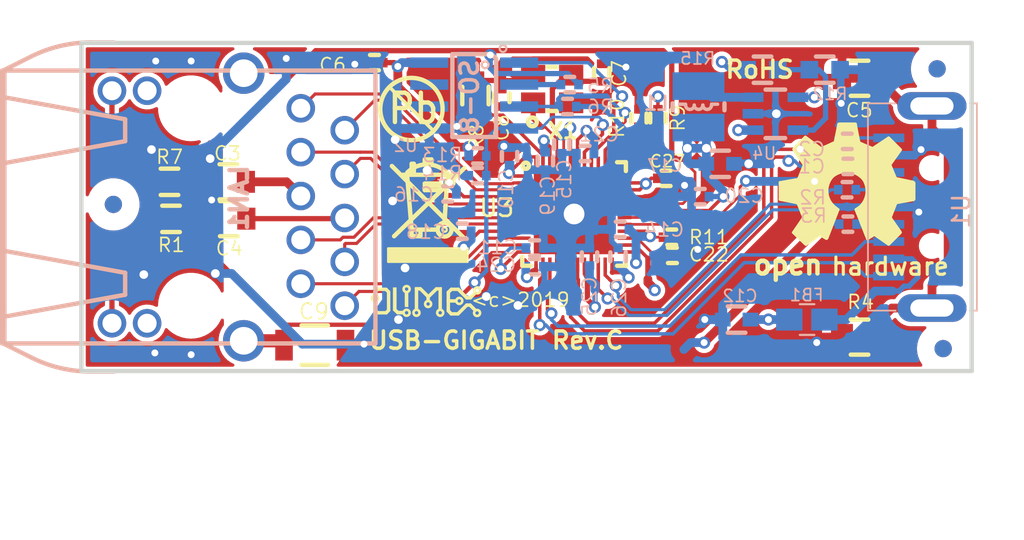
<source format=kicad_pcb>
(kicad_pcb (version 20190905) (host pcbnew "5.99.0-unknown-a3229c4~86~ubuntu18.04.1")
  (layers (0 "F.Cu" mixed) (1 "In1.Cu" mixed hide) (2 "In2.Cu" mixed) (31 "B.Cu" mixed) (34 "B.Paste" user hide) (35 "F.Paste" user hide) (36 "B.SilkS" user hide) (37 "F.SilkS" user) (38 "B.Mask" user hide) (39 "F.Mask" user hide) (44 "Edge.Cuts" user))
  (net 0 "")
  (net 1 "Net-(C3-Pad1)")
  (net 2 "GND")
  (net 3 "Net-(C4-Pad1)")
  (net 4 "Net-(C5-Pad1)")
  (net 5 "+3V3")
  (net 6 "Net-(C7-Pad2)")
  (net 7 "Net-(C8-Pad1)")
  (net 8 "Net-(C9-Pad1)")
  (net 9 "Net-(C12-Pad1)")
  (net 10 "/V12")
  (net 11 "Net-(LAN1-Pad12)")
  (net 12 "Net-(LAN1-Pad14)")
  (net 13 "Net-(R5-Pad2)")
  (net 14 "Net-(R6-Pad1)")
  (net 15 "Net-(R8-Pad1)")
  (net 16 "Net-(R10-Pad2)")
  (net 17 "Net-(R11-Pad1)")
  (net 18 "Net-(U2-Pad1)")
  (net 19 "Net-(U2-Pad6)")
  (net 20 "Net-(U2-Pad7)")
  (net 21 "Net-(U3-Pad39)")
  (net 22 "/U3STX_P")
  (net 23 "/U3TX_P")
  (net 24 "/U3STX_N")
  (net 25 "/U3TX_N")
  (net 26 "/VBUS")
  (net 27 "/LED0")
  (net 28 "/LED1")
  (net 29 "/M3_N")
  (net 30 "/M3_P")
  (net 31 "/M2_N")
  (net 32 "/M2_P")
  (net 33 "/M1_N")
  (net 34 "/M1_P")
  (net 35 "/M0_N")
  (net 36 "/M0_P")
  (net 37 "/U2D_P")
  (net 38 "/U2_P")
  (net 39 "/U2D_N")
  (net 40 "/U2_N")
  (net 41 "/U3SRX_N")
  (net 42 "/U3SRX_P")
  (net 43 "Net-(C22-Pad1)")
  (net 44 "Net-(L1-Pad1)")
  (net 45 "Net-(R12-Pad1)")
  (net 46 "Net-(U3-Pad36)")
  (net 47 "/LED2")
  (module "OLIMEX_IC-FP:SOT-23-5" (layer "B.Cu") (at 95.15 64.6 180)
    (fp_text reference "U4" (at 0.65 -2.3) (layer "B.SilkS") (effects (font (size 0.7 0.7) (thickness 0.1)) (justify mirror)))
    (fp_text value "SY8009AAAC(SOT23-5)")
    (pad "1" smd rect (at 1.3 -0.95 180) (size 1.2 0.55) (layers "B.Cu" "B.Paste" "B.Mask") (net 9 "Net-(C12-Pad1)") (clearance 0.0508))
    (pad "2" smd rect (at 1.3 0 180) (size 1.2 0.55) (layers "B.Cu" "B.Paste" "B.Mask") (net 2 "GND") (clearance 0.0508))
    (pad "3" smd rect (at 1.3 0.95 180) (size 1.2 0.55) (layers "B.Cu" "B.Paste" "B.Mask") (net 44 "Net-(L1-Pad1)") (clearance 0.0508))
    (pad "5" smd rect (at -1.3 -0.95 180) (size 1.2 0.55) (layers "B.Cu" "B.Paste" "B.Mask") (net 45 "Net-(R12-Pad1)") (clearance 0.0508))
    (pad "4" smd rect (at -1.3 0.95 180) (size 1.2 0.55) (layers "B.Cu" "B.Paste" "B.Mask") (net 9 "Net-(C12-Pad1)") (clearance 0.0508))
  )
  (module "OLIMEX_RLC-FP:R_0603_5MIL_DWS" (layer "B.Cu") (at 94.4 62.05)
    (fp_text reference "R15" (at -3.75 -0.65) (layer "B.SilkS") (effects (font (size 0.7 0.7) (thickness 0.1)) (justify mirror)))
    (fp_text value "1.1K/1%")
    (pad "2" smd rect (at 0.889 0) (size 1.016 1.016) (layers "B.Cu" "B.Paste" "B.Mask") (net 45 "Net-(R12-Pad1)"))
    (pad "1" smd rect (at -0.889 0) (size 1.016 1.016) (layers "B.Cu" "B.Paste" "B.Mask") (net 10 "/V12"))
  )
  (module "OLIMEX_RLC-FP:R_0603_5MIL_DWS" (layer "B.Cu") (at 98 62.05)
    (fp_text reference "R12" (at 0.3 1.4) (layer "B.SilkS") (effects (font (size 0.7 0.7) (thickness 0.1)) (justify mirror)))
    (fp_text value "1.1K/1%")
    (pad "2" smd rect (at 0.889 0) (size 1.016 1.016) (layers "B.Cu" "B.Paste" "B.Mask") (net 2 "GND"))
    (pad "1" smd rect (at -0.889 0) (size 1.016 1.016) (layers "B.Cu" "B.Paste" "B.Mask") (net 45 "Net-(R12-Pad1)"))
  )
  (module "OLIMEX_RLC-FP:CD32" (layer "B.Cu") (at 90.7 64.2 -90)
    (fp_text reference "L1" (at -0.2 2.45 180) (layer "B.SilkS") (effects (font (size 0.8 0.8)) (justify mirror)))
    (fp_text value "2.2uH")
    (pad "2" smd rect (at 1.2 0 90) (size 1.6 3) (layers "B.Cu" "B.Paste" "B.Mask") (net 10 "/V12") (clearance 0.0508))
    (pad "1" smd rect (at -1.2 0 90) (size 1.6 3) (layers "B.Cu" "B.Paste" "B.Mask") (net 44 "Net-(L1-Pad1)") (clearance 0.0508))
  )
  (module "OLIMEX_Connectors-FP:USB3_A_MALE" (layer "B.Cu") (at 106.85 70 -90)
    (fp_text reference "U1" (at 0.25 0.95 90) (layer "B.SilkS") (effects (justify mirror)))
    (fp_text value "USBA30MALE")
    (pad "0" thru_hole oval (at -5.85 2.65 270) (size 1.6 4) (drill oval 1 2.5) (layers *.Cu *.Mask) (net 4 "Net-(C5-Pad1)"))
    (pad "0" thru_hole oval (at 5.85 2.65 270) (size 1.6 4) (drill oval 1 2.5) (layers *.Cu *.Mask) (net 4 "Net-(C5-Pad1)"))
    (pad "5" smd rect (at -4 5.15 270) (size 0.5 1.8) (layers "B.Cu" "B.Paste" "B.Mask") (net 24 "/U3STX_N"))
    (pad "4" smd rect (at -3 5.15 270) (size 0.5 1.8) (layers "B.Cu" "B.Paste" "B.Mask") (net 2 "GND"))
    (pad "6" smd rect (at -2 5.15 270) (size 0.5 1.8) (layers "B.Cu" "B.Paste" "B.Mask") (net 22 "/U3STX_P"))
    (pad "3" smd rect (at -1 5.15 270) (size 0.5 1.8) (layers "B.Cu" "B.Paste" "B.Mask") (net 37 "/U2D_P"))
    (pad "7" smd rect (at 0 5.15 270) (size 0.5 1.8) (layers "B.Cu" "B.Paste" "B.Mask") (net 2 "GND"))
    (pad "2" smd rect (at 1 5.15 270) (size 0.5 1.8) (layers "B.Cu" "B.Paste" "B.Mask") (net 39 "/U2D_N"))
    (pad "8" smd rect (at 2 5.15 270) (size 0.5 1.8) (layers "B.Cu" "B.Paste" "B.Mask") (net 41 "/U3SRX_N"))
    (pad "1" smd rect (at 3 5.15 270) (size 0.5 1.8) (layers "B.Cu" "B.Paste" "B.Mask") (net 26 "/VBUS"))
    (pad "9" smd rect (at 4 5.15 270) (size 0.5 1.8) (layers "B.Cu" "B.Paste" "B.Mask") (net 42 "/U3SRX_P"))
    (pad "" np_thru_hole circle (at -2.25 2.65 270) (size 1 1) (drill 1) (layers *.Cu *.Mask))
    (pad "" np_thru_hole circle (at 2.25 2.65 270) (size 1 1) (drill 1) (layers *.Cu *.Mask))
  )
  (module "OLIMEX_IC-FP:QFN48-6x6mm-OLIMEX_V2" (layer "F.Cu") (at 83.5 70.4055 -90)
    (fp_text reference "U3" (at -0.3484 4.472) (layer "F.SilkS"))
    (fp_text value "RTL8153VCCG")
    (pad "49" thru_hole oval (at 0 0 270) (size 1.8 1.8) (drill 1.2) (layers *.Cu "B.Mask") (net 2 "GND"))
    (pad "49" smd rect (at 1.165 1.165 270) (size 2.33 2.33) (layers "F.Cu" "F.Mask") (net 2 "GND"))
    (pad "49" smd rect (at -1.165 1.165 270) (size 2.33 2.33) (layers "F.Cu" "F.Mask") (net 2 "GND"))
    (pad "49" smd rect (at -1.165 -1.165 270) (size 2.33 2.33) (layers "F.Cu" "F.Mask") (net 2 "GND"))
    (pad "49" smd rect (at 1.165 -1.165 270) (size 2.33 2.33) (layers "F.Cu" "F.Mask") (net 2 "GND"))
    (pad "48" smd rect (at -2.92 2.2 180) (size 0.2 0.8) (layers "F.Cu" "F.Paste" "F.Mask") (net 5 "+3V3"))
    (pad "47" smd rect (at -2.92 1.8 180) (size 0.2 0.8) (layers "F.Cu" "F.Paste" "F.Mask") (net 15 "Net-(R8-Pad1)"))
    (pad "46" smd rect (at -2.92 1.4 180) (size 0.2 0.8) (layers "F.Cu" "F.Paste" "F.Mask") (net 10 "/V12"))
    (pad "45" smd rect (at -2.92 1 180) (size 0.2 0.8) (layers "F.Cu" "F.Paste" "F.Mask") (net 7 "Net-(C8-Pad1)"))
    (pad "44" smd rect (at -2.92 0.6 180) (size 0.2 0.8) (layers "F.Cu" "F.Paste" "F.Mask") (net 6 "Net-(C7-Pad2)"))
    (pad "43" smd rect (at -2.92 0.2 180) (size 0.2 0.8) (layers "F.Cu" "F.Paste" "F.Mask") (net 5 "+3V3"))
    (pad "42" smd rect (at -2.92 -0.2 180) (size 0.2 0.8) (layers "F.Cu" "F.Paste" "F.Mask") (net 10 "/V12"))
    (pad "41" smd rect (at -2.92 -0.6 180) (size 0.2 0.8) (layers "F.Cu" "F.Paste" "F.Mask") (net 47 "/LED2"))
    (pad "40" smd rect (at -2.92 -1 180) (size 0.2 0.8) (layers "F.Cu" "F.Paste" "F.Mask") (net 18 "Net-(U2-Pad1)"))
    (pad "39" smd rect (at -2.92 -1.4 180) (size 0.2 0.8) (layers "F.Cu" "F.Paste" "F.Mask") (net 21 "Net-(U3-Pad39)"))
    (pad "38" smd rect (at -2.92 -1.8 180) (size 0.2 0.8) (layers "F.Cu" "F.Paste" "F.Mask") (net 14 "Net-(R6-Pad1)"))
    (pad "37" smd rect (at -2.92 -2.2 180) (size 0.2 0.8) (layers "F.Cu" "F.Paste" "F.Mask") (net 16 "Net-(R10-Pad2)"))
    (pad "36" smd rect (at -2.2 -2.92 90) (size 0.2 0.8) (layers "F.Cu" "F.Paste" "F.Mask") (net 46 "Net-(U3-Pad36)"))
    (pad "35" smd rect (at -1.8 -2.92 90) (size 0.2 0.8) (layers "F.Cu" "F.Paste" "F.Mask") (net 5 "+3V3"))
    (pad "34" smd rect (at -1.4 -2.92 90) (size 0.2 0.8) (layers "F.Cu" "F.Paste" "F.Mask") (net 5 "+3V3"))
    (pad "33" smd rect (at -1 -2.92 90) (size 0.2 0.8) (layers "F.Cu" "F.Paste" "F.Mask") (net 2 "GND"))
    (pad "32" smd rect (at -0.6 -2.92 90) (size 0.2 0.8) (layers "F.Cu" "F.Paste" "F.Mask") (net 28 "/LED1"))
    (pad "31" smd rect (at -0.2 -2.92 90) (size 0.2 0.8) (layers "F.Cu" "F.Paste" "F.Mask") (net 10 "/V12"))
    (pad "30" smd rect (at 0.2 -2.92 90) (size 0.2 0.8) (layers "F.Cu" "F.Paste" "F.Mask") (net 27 "/LED0"))
    (pad "29" smd rect (at 0.6 -2.92 90) (size 0.2 0.8) (layers "F.Cu" "F.Paste" "F.Mask") (net 17 "Net-(R11-Pad1)"))
    (pad "28" smd rect (at 1 -2.92 90) (size 0.2 0.8) (layers "F.Cu" "F.Paste" "F.Mask") (net 5 "+3V3"))
    (pad "27" smd rect (at 1.4 -2.92 90) (size 0.2 0.8) (layers "F.Cu" "F.Paste" "F.Mask") (net 43 "Net-(C22-Pad1)"))
    (pad "26" smd rect (at 1.8 -2.92 90) (size 0.2 0.8) (layers "F.Cu" "F.Paste" "F.Mask") (net 9 "Net-(C12-Pad1)"))
    (pad "25" smd rect (at 2.2 -2.92 90) (size 0.2 0.8) (layers "F.Cu" "F.Paste" "F.Mask") (net 5 "+3V3"))
    (pad "24" smd rect (at 2.92 -2.2) (size 0.2 0.8) (layers "F.Cu" "F.Paste" "F.Mask") (net 10 "/V12"))
    (pad "23" smd rect (at 2.92 -1.8) (size 0.2 0.8) (layers "F.Cu" "F.Paste" "F.Mask") (net 38 "/U2_P"))
    (pad "22" smd rect (at 2.92 -1.4) (size 0.2 0.8) (layers "F.Cu" "F.Paste" "F.Mask") (net 40 "/U2_N"))
    (pad "21" smd rect (at 2.92 -1) (size 0.2 0.8) (layers "F.Cu" "F.Paste" "F.Mask") (net 2 "GND"))
    (pad "20" smd rect (at 2.92 -0.6) (size 0.2 0.8) (layers "F.Cu" "F.Paste" "F.Mask") (net 10 "/V12"))
    (pad "19" smd rect (at 2.92 -0.2) (size 0.2 0.8) (layers "F.Cu" "F.Paste" "F.Mask") (net 25 "/U3TX_N"))
    (pad "18" smd rect (at 2.92 0.2) (size 0.2 0.8) (layers "F.Cu" "F.Paste" "F.Mask") (net 23 "/U3TX_P"))
    (pad "17" smd rect (at 2.92 0.6) (size 0.2 0.8) (layers "F.Cu" "F.Paste" "F.Mask") (net 2 "GND"))
    (pad "16" smd rect (at 2.92 1) (size 0.2 0.8) (layers "F.Cu" "F.Paste" "F.Mask") (net 2 "GND"))
    (pad "15" smd rect (at 2.92 1.4) (size 0.2 0.8) (layers "F.Cu" "F.Paste" "F.Mask") (net 41 "/U3SRX_N"))
    (pad "14" smd rect (at 2.92 1.8) (size 0.2 0.8) (layers "F.Cu" "F.Paste" "F.Mask") (net 42 "/U3SRX_P"))
    (pad "13" smd rect (at 2.92 2.2) (size 0.2 0.8) (layers "F.Cu" "F.Paste" "F.Mask") (net 10 "/V12"))
    (pad "12" smd rect (at 2.2 2.92 270) (size 0.2 0.8) (layers "F.Cu" "F.Paste" "F.Mask") (net 5 "+3V3"))
    (pad "11" smd rect (at 1.8 2.92 270) (size 0.2 0.8) (layers "F.Cu" "F.Paste" "F.Mask") (net 29 "/M3_N"))
    (pad "10" smd rect (at 1.4 2.92 270) (size 0.2 0.8) (layers "F.Cu" "F.Paste" "F.Mask") (net 30 "/M3_P"))
    (pad "9" smd rect (at 1 2.92 270) (size 0.2 0.8) (layers "F.Cu" "F.Paste" "F.Mask") (net 10 "/V12"))
    (pad "8" smd rect (at 0.6 2.92 270) (size 0.2 0.8) (layers "F.Cu" "F.Paste" "F.Mask") (net 31 "/M2_N"))
    (pad "7" smd rect (at 0.2 2.92 270) (size 0.2 0.8) (layers "F.Cu" "F.Paste" "F.Mask") (net 32 "/M2_P"))
    (pad "6" smd rect (at -0.2 2.92 270) (size 0.2 0.8) (layers "F.Cu" "F.Paste" "F.Mask") (net 33 "/M1_N"))
    (pad "5" smd rect (at -0.6 2.92 270) (size 0.2 0.8) (layers "F.Cu" "F.Paste" "F.Mask") (net 34 "/M1_P"))
    (pad "4" smd rect (at -1 2.92 270) (size 0.2 0.8) (layers "F.Cu" "F.Paste" "F.Mask") (net 10 "/V12"))
    (pad "3" smd rect (at -1.4 2.92 270) (size 0.2 0.8) (layers "F.Cu" "F.Paste" "F.Mask") (net 35 "/M0_N"))
    (pad "2" smd rect (at -1.8 2.92 270) (size 0.2 0.8) (layers "F.Cu" "F.Paste" "F.Mask") (net 36 "/M0_P"))
    (pad "1" smd rect (at -2.2 2.92 270) (size 0.2 0.8) (layers "F.Cu" "F.Paste" "F.Mask") (net 5 "+3V3"))
  )
  (module "OLIMEX_RLC-FP:C_0402_5MIL_DWS" (layer "F.Cu") (at 88.8238 68.3387)
    (fp_text reference "C27" (at 0.0762 -0.9887) (layer "F.SilkS") (effects (font (size 0.7 0.7) (thickness 0.1))))
    (fp_text value "100nF")
    (pad "2" smd rect (at 0.508 0) (size 0.5 0.55) (layers "F.Cu" "F.Paste" "F.Mask") (net 2 "GND"))
    (pad "1" smd rect (at -0.508 0 180) (size 0.5 0.55) (layers "F.Cu" "F.Paste" "F.Mask") (net 5 "+3V3"))
  )
  (module "OLIMEX_Other-FP:via_0.5_0.6" (layer "F.Cu") (at 62.45 67.2)
    (fp_text reference "REF**" hide)
    (fp_text value "via_0.5_0.6")
    (pad "1" thru_hole circle (at 0 0) (size 0.6 0.6) (drill 0.5) (layers *.Cu) (net 2 "GND"))
  )
  (module "OLIMEX_Other-FP:via_0.5_0.6" (layer "F.Cu") (at 59.055 66.675)
    (fp_text reference "REF**" hide)
    (fp_text value "via_0.5_0.6")
    (pad "1" thru_hole circle (at 0 0) (size 0.6 0.6) (drill 0.5) (layers *.Cu) (net 2 "GND"))
  )
  (module "OLIMEX_Other-FP:via_0.5_0.6" (layer "F.Cu") (at 58.6105 73.914)
    (fp_text reference "REF**" hide)
    (fp_text value "via_0.5_0.6")
    (pad "1" thru_hole circle (at 0 0) (size 0.6 0.6) (drill 0.5) (layers *.Cu) (net 2 "GND"))
  )
  (module "OLIMEX_Other-FP:via_0.5_0.6" (layer "F.Cu") (at 62.75 73.85)
    (fp_text reference "REF**" hide)
    (fp_text value "via_0.5_0.6")
    (pad "1" thru_hole circle (at 0 0) (size 0.6 0.6) (drill 0.5) (layers *.Cu) (net 2 "GND"))
  )
  (module "OLIMEX_Other-FP:via_0.5_0.6" (layer "F.Cu") (at 73.3425 76.5175)
    (fp_text reference "REF**" hide)
    (fp_text value "via_0.5_0.6")
    (pad "1" thru_hole circle (at 0 0) (size 0.6 0.6) (drill 0.5) (layers *.Cu) (net 2 "GND"))
  )
  (module "OLIMEX_Other-FP:via_0.5_0.6" (layer "F.Cu") (at 74.9935 67.8815)
    (fp_text reference "REF**" hide)
    (fp_text value "via_0.5_0.6")
    (pad "1" thru_hole circle (at 0 0) (size 0.6 0.6) (drill 0.5) (layers *.Cu) (net 2 "GND"))
  )
  (module "OLIMEX_LOGOs-FP:LOGO_RECYCLEBIN_1" (layer "F.Cu") (at 72.7075 73.2155)
    (fp_text reference "" hide)
    (fp_text value "" hide)
  )
  (module "OLIMEX_LOGOs-FP:LOGO_PBFREE" (layer "F.Cu") (at 74.295 64.643)
    (fp_text reference "")
    (fp_text value "")
    (fp_text user "Pb" (at -0.08636 -0.33528) (layer "F.SilkS") (effects (font (size 1.7 1.5) (thickness 0.254))))
  )
  (module "OLIMEX_LOGOs-FP:LOGO_OPENHARDWARE_8x8" (layer "F.Cu") (at 99.2759 69.1769)
    (fp_text reference "" hide)
    (fp_text value "" hide)
    (fp_text user "open" (at -3.40106 4.17576) (layer "F.SilkS") (effects (font (size 1.1 1.1) (thickness 0.254))))
    (fp_text user "hardware" (at 2.51206 4.2672) (layer "F.SilkS") (effects (font (thickness 0.18))))
  )
  (module "OLIMEX_LOGOs-FP:OLIMEX_LOGO_SMALL_TB" (layer "F.Cu") (at 74.93 75.438)
    (fp_text reference "")
    (fp_text value "")
  )
  (module "OLIMEX_Other-FP:via_0.5_0.6" (layer "F.Cu") (at 91.15 66.6)
    (fp_text reference "REF**" hide)
    (fp_text value "via_0.5_0.6")
    (pad "1" thru_hole circle (at 0 0) (size 0.6 0.6) (drill 0.5) (layers *.Cu) (net 10 "/V12"))
  )
  (module "OLIMEX_Other-FP:via_0.5_0.6" (layer "F.Cu") (at 90.05 66.6)
    (fp_text reference "REF**" hide)
    (fp_text value "via_0.5_0.6")
    (pad "1" thru_hole circle (at 0 0) (size 0.6 0.6) (drill 0.5) (layers *.Cu) (net 10 "/V12"))
  )
  (module "OLIMEX_Other-FP:via_0.5_0.6" (layer "F.Cu") (at 80.25 75.7)
    (fp_text reference "REF**" hide)
    (fp_text value "via_0.5_0.6")
    (pad "1" thru_hole circle (at 0 0) (size 0.6 0.6) (drill 0.5) (layers *.Cu) (net 2 "GND"))
  )
  (module "OLIMEX_Other-FP:via_0.5_0.6" (layer "F.Cu") (at 78.4225 75.184)
    (fp_text reference "REF**" hide)
    (fp_text value "via_0.5_0.6")
    (pad "1" thru_hole circle (at 0 0) (size 0.6 0.6) (drill 0.5) (layers *.Cu) (net 2 "GND"))
  )
  (module "OLIMEX_Other-FP:via_0.5_0.6" (layer "F.Cu") (at 93.6 67.5)
    (fp_text reference "REF**" hide)
    (fp_text value "via_0.5_0.6")
    (pad "1" thru_hole circle (at 0 0) (size 0.6 0.6) (drill 0.5) (layers *.Cu) (net 2 "GND"))
  )
  (module "OLIMEX_Other-FP:via_0.5_0.6" (layer "F.Cu") (at 95.2 64.6)
    (fp_text reference "REF**" hide)
    (fp_text value "via_0.5_0.6")
    (pad "1" thru_hole circle (at 0 0) (size 0.6 0.6) (drill 0.5) (layers *.Cu) (net 2 "GND"))
  )
  (module "OLIMEX_Other-FP:via_0.5_0.6" (layer "F.Cu") (at 73.15 66.1)
    (fp_text reference "REF**" hide)
    (fp_text value "via_0.5_0.6")
    (pad "1" thru_hole circle (at 0 0) (size 0.6 0.6) (drill 0.5) (layers *.Cu) (net 2 "GND"))
  )
  (module "OLIMEX_Other-FP:via_0.5_0.6" (layer "F.Cu") (at 73 69.65)
    (fp_text reference "REF**" hide)
    (fp_text value "via_0.5_0.6")
    (pad "1" thru_hole circle (at 0 0) (size 0.6 0.6) (drill 0.5) (layers *.Cu) (net 2 "GND"))
  )
  (module "OLIMEX_Other-FP:via_0.5_0.6" (layer "F.Cu") (at 73.7235 73.533)
    (fp_text reference "REF**" hide)
    (fp_text value "via_0.5_0.6")
    (pad "1" thru_hole circle (at 0 0) (size 0.6 0.6) (drill 0.5) (layers *.Cu) (net 2 "GND"))
  )
  (module "OLIMEX_RLC-FP:R_0402_5MIL_DWS" (layer "F.Cu") (at 89.15 71.75 180)
    (fp_text reference "R11" (at -2.15 0) (layer "F.SilkS") (effects (font (size 0.8 0.8) (thickness 0.1))))
    (fp_text value "2.2K")
    (pad "2" smd rect (at 0.508 0 180) (size 0.5 0.55) (layers "F.Cu" "F.Paste" "F.Mask") (net 5 "+3V3"))
    (pad "1" smd rect (at -0.508 0) (size 0.5 0.55) (layers "F.Cu" "F.Paste" "F.Mask") (net 17 "Net-(R11-Pad1)"))
  )
  (module "OLIMEX_Other-FP:Fiducial1x3_transp" (layer "B.Cu") (at 104.85 78.2)
    (fp_text reference "Ref**" hide)
    (fp_text value "Val**")
    (pad "Fid1" connect circle (at 0 0) (size 1 1) (layers "B.Cu" "B.Mask") (clearance 1.016))
  )
  (module "OLIMEX_Other-FP:Fiducial1x3_transp" (layer "B.Cu") (at 104.5 62)
    (fp_text reference "Ref**" hide)
    (fp_text value "Val**")
    (pad "Fid1" connect circle (at 0 0) (size 1 1) (layers "B.Cu" "B.Mask") (clearance 1.016))
  )
  (module "OLIMEX_Other-FP:Fiducial1x3_transp" (layer "B.Cu") (at 56.85 69.85)
    (fp_text reference "Ref**" hide)
    (fp_text value "Val**")
    (pad "Fid1" connect circle (at 0 0) (size 1 1) (layers "B.Cu" "B.Mask") (clearance 1.016))
  )
  (module "OLIMEX_Other-FP:Fiducial1x3_transp" (layer "F.Cu") (at 56.85 69.85)
    (fp_text reference "Ref**" hide)
    (fp_text value "Val**")
    (pad "Fid1" connect circle (at 0 0) (size 1 1) (layers "F.Cu" "F.Mask") (clearance 1.016))
  )
  (module "OLIMEX_Other-FP:Fiducial1x3_transp" (layer "F.Cu") (at 104.85 78.2)
    (fp_text reference "Ref**" hide)
    (fp_text value "Val**")
    (pad "Fid1" connect circle (at 0 0) (size 1 1) (layers "F.Cu" "F.Mask") (clearance 1.016))
  )
  (module "OLIMEX_Other-FP:Fiducial1x3_transp" (layer "F.Cu") (at 104.5 62)
    (fp_text reference "Ref**" hide)
    (fp_text value "Val**")
    (pad "Fid1" connect circle (at 0 0) (size 1 1) (layers "F.Cu" "F.Mask") (clearance 1.016))
  )
  (module "OLIMEX_RLC-FP:C_0402_5MIL_DWS" (layer "B.Cu") (at 99.3394 67.65)
    (fp_text reference "C1" (at -2.0894 0) (layer "B.SilkS") (effects (font (size 0.8 0.8) (thickness 0.1)) (justify mirror)))
    (fp_text value "100nF")
    (pad "2" smd rect (at 0.508 0) (size 0.5 0.55) (layers "B.Cu" "B.Paste" "B.Mask") (net 22 "/U3STX_P"))
    (pad "1" smd rect (at -0.508 0 180) (size 0.5 0.55) (layers "B.Cu" "B.Paste" "B.Mask") (net 23 "/U3TX_P"))
  )
  (module "OLIMEX_RLC-FP:C_0402_5MIL_DWS" (layer "B.Cu") (at 99.3 66.2)
    (fp_text reference "C2" (at -2.05 0.45) (layer "B.SilkS") (effects (font (size 0.8 0.8) (thickness 0.1)) (justify mirror)))
    (fp_text value "100nF")
    (pad "2" smd rect (at 0.508 0) (size 0.5 0.55) (layers "B.Cu" "B.Paste" "B.Mask") (net 24 "/U3STX_N"))
    (pad "1" smd rect (at -0.508 0 180) (size 0.5 0.55) (layers "B.Cu" "B.Paste" "B.Mask") (net 25 "/U3TX_N"))
  )
  (module "OLIMEX_RLC-FP:C_0805_5MIL_DWS" (layer "F.Cu") (at 63.5 68.5419 180)
    (fp_text reference "C3" (at 0.05 1.6419 180) (layer "F.SilkS") (effects (font (size 0.8 0.8) (thickness 0.1))))
    (fp_text value "100nF")
    (pad "2" smd rect (at 1.016 0) (size 1.05 1.27) (layers "F.Cu" "F.Paste" "F.Mask") (net 2 "GND"))
    (pad "1" smd rect (at -1.016 0 180) (size 1.05 1.27) (layers "F.Cu" "F.Paste" "F.Mask") (net 1 "Net-(C3-Pad1)"))
  )
  (module "OLIMEX_RLC-FP:C_0805_5MIL_DWS" (layer "F.Cu") (at 63.5254 70.6755 180)
    (fp_text reference "C4" (at -0.0246 -1.7245 180) (layer "F.SilkS") (effects (font (size 0.8 0.8) (thickness 0.1))))
    (fp_text value "100nF")
    (pad "2" smd rect (at 1.016 0) (size 1.05 1.27) (layers "F.Cu" "F.Paste" "F.Mask") (net 2 "GND"))
    (pad "1" smd rect (at -1.016 0 180) (size 1.05 1.27) (layers "F.Cu" "F.Paste" "F.Mask") (net 3 "Net-(C4-Pad1)"))
  )
  (module "OLIMEX_RLC-FP:C_0805_5MIL_DWS" (layer "F.Cu") (at 100.0125 62.5475 180)
    (fp_text reference "C5" (at 0.0125 -1.8525 180) (layer "F.SilkS") (effects (font (size 0.8 0.8) (thickness 0.1))))
    (fp_text value "100nF/50V")
    (pad "2" smd rect (at 1.016 0) (size 1.05 1.27) (layers "F.Cu" "F.Paste" "F.Mask") (net 2 "GND"))
    (pad "1" smd rect (at -1.016 0 180) (size 1.05 1.27) (layers "F.Cu" "F.Paste" "F.Mask") (net 4 "Net-(C5-Pad1)"))
  )
  (module "OLIMEX_RLC-FP:C_0402_5MIL_DWS" (layer "F.Cu") (at 71.9535 61.6425)
    (fp_text reference "C6" (at -2.421 0.143) (layer "F.SilkS") (effects (font (size 0.8 0.8) (thickness 0.1))))
    (fp_text value "n.a.")
    (pad "2" smd rect (at 0.508 0) (size 0.5 0.55) (layers "F.Cu" "F.Paste" "F.Mask") (net 5 "+3V3"))
    (pad "1" smd rect (at -0.508 0 180) (size 0.5 0.55) (layers "F.Cu" "F.Paste" "F.Mask") (net 2 "GND"))
  )
  (module "OLIMEX_RLC-FP:C_0402_5MIL_DWS" (layer "F.Cu") (at 85.098 62.214 -90)
    (fp_text reference "C7" (at 0.0541 -1.008 -90) (layer "F.SilkS") (effects (font (size 0.8 0.8) (thickness 0.1))))
    (fp_text value "39 pF")
    (pad "2" smd rect (at 0.508 0 270) (size 0.5 0.55) (layers "F.Cu" "F.Paste" "F.Mask") (net 6 "Net-(C7-Pad2)"))
    (pad "1" smd rect (at -0.508 0 90) (size 0.5 0.55) (layers "F.Cu" "F.Paste" "F.Mask") (net 2 "GND"))
  )
  (module "OLIMEX_RLC-FP:C_0402_5MIL_DWS" (layer "F.Cu") (at 79.3195 63.6745 90)
    (fp_text reference "C8" (at -1.7305 -0.008 90) (layer "F.SilkS") (effects (font (size 0.8 0.8) (thickness 0.1))))
    (fp_text value "39 pF")
    (pad "2" smd rect (at 0.508 0 90) (size 0.5 0.55) (layers "F.Cu" "F.Paste" "F.Mask") (net 2 "GND"))
    (pad "1" smd rect (at -0.508 0 270) (size 0.5 0.55) (layers "F.Cu" "F.Paste" "F.Mask") (net 7 "Net-(C8-Pad1)"))
  )
  (module "OLIMEX_RLC-FP:C_1206_5MIL_DWS_ISO" (layer "F.Cu") (at 68.5 78)
    (fp_text reference "C9" (at -0.05 -1.95) (layer "F.SilkS") (effects (font (size 0.9 0.9) (thickness 0.1))))
    (fp_text value "1nF/2kV/X7R")
    (pad "2" smd rect (at 1.778 0) (size 1.016 1.778) (layers "F.Cu" "F.Paste" "F.Mask") (net 2 "GND"))
    (pad "1" smd rect (at -1.778 0) (size 1.016 1.778) (layers "F.Cu" "F.Paste" "F.Mask") (net 8 "Net-(C9-Pad1)"))
  )
  (module "OLIMEX_RLC-FP:C_0402_5MIL_DWS" (layer "B.Cu") (at 79.7687 67.0687 -90)
    (fp_text reference "C10" (at 1.8923 0.2032 -90) (layer "B.SilkS") (effects (font (size 0.8 0.8) (thickness 0.1)) (justify mirror)))
    (fp_text value "100nF")
    (pad "2" smd rect (at 0.508 0 270) (size 0.5 0.55) (layers "B.Cu" "B.Paste" "B.Mask") (net 5 "+3V3"))
    (pad "1" smd rect (at -0.508 0 90) (size 0.5 0.55) (layers "B.Cu" "B.Paste" "B.Mask") (net 2 "GND"))
  )
  (module "OLIMEX_RLC-FP:C_0402_5MIL_DWS" (layer "B.Cu") (at 81.2165 72.374 180)
    (fp_text reference "C11" (at 2.159 0.0475 180) (layer "B.SilkS") (effects (font (size 0.8 0.8) (thickness 0.1)) (justify mirror)))
    (fp_text value "100nF")
    (pad "2" smd rect (at 0.508 0 180) (size 0.5 0.55) (layers "B.Cu" "B.Paste" "B.Mask") (net 5 "+3V3"))
    (pad "1" smd rect (at -0.508 0) (size 0.5 0.55) (layers "B.Cu" "B.Paste" "B.Mask") (net 2 "GND"))
  )
  (module "OLIMEX_RLC-FP:C_0603_5MIL_DWS" (layer "B.Cu") (at 92.9005 76.5175 180)
    (fp_text reference "C12" (at -0.1995 1.3675 180) (layer "B.SilkS") (effects (font (size 0.7 0.7) (thickness 0.1)) (justify mirror)))
    (fp_text value "2.2uF")
    (pad "2" smd rect (at 0.8 0 90) (size 0.8 0.9) (layers "B.Cu" "B.Paste" "B.Mask") (net 2 "GND") (clearance 0.0508))
    (pad "1" smd rect (at -0.8 0 90) (size 0.8 0.9) (layers "B.Cu" "B.Paste" "B.Mask") (net 9 "Net-(C12-Pad1)") (clearance 0.0508))
  )
  (module "OLIMEX_RLC-FP:C_0402_5MIL_DWS" (layer "B.Cu") (at 86.1695 71.2945)
    (fp_text reference "C14" (at 2.54 0.016) (layer "B.SilkS") (effects (font (size 0.8 0.8) (thickness 0.1)) (justify mirror)))
    (fp_text value "100nF")
    (pad "2" smd rect (at 0.508 0) (size 0.5 0.55) (layers "B.Cu" "B.Paste" "B.Mask") (net 5 "+3V3"))
    (pad "1" smd rect (at -0.508 0 180) (size 0.5 0.55) (layers "B.Cu" "B.Paste" "B.Mask") (net 2 "GND"))
  )
  (module "OLIMEX_RLC-FP:C_0402_5MIL_DWS" (layer "B.Cu") (at 82.7913 66.3829 90)
    (fp_text reference "C15" (at -2.0066 0.1397 90) (layer "B.SilkS") (effects (font (size 0.8 0.8) (thickness 0.1)) (justify mirror)))
    (fp_text value "100nF")
    (pad "2" smd rect (at 0.508 0 90) (size 0.5 0.55) (layers "B.Cu" "B.Paste" "B.Mask") (net 5 "+3V3"))
    (pad "1" smd rect (at -0.508 0 270) (size 0.5 0.55) (layers "B.Cu" "B.Paste" "B.Mask") (net 2 "GND"))
  )
  (module "OLIMEX_RLC-FP:C_0402_5MIL_DWS" (layer "B.Cu") (at 76.1873 69.2404)
    (fp_text reference "C16" (at -1.9558 0.0381) (layer "B.SilkS") (effects (font (size 0.8 0.8) (thickness 0.1)) (justify mirror)))
    (fp_text value "100nF")
    (pad "2" smd rect (at 0.508 0) (size 0.5 0.55) (layers "B.Cu" "B.Paste" "B.Mask") (net 10 "/V12"))
    (pad "1" smd rect (at -0.508 0 180) (size 0.5 0.55) (layers "B.Cu" "B.Paste" "B.Mask") (net 2 "GND"))
  )
  (module "OLIMEX_RLC-FP:C_0603_5MIL_DWS" (layer "B.Cu") (at 91.95 67.5)
    (fp_text reference "C17" (at -3.2 0.1) (layer "B.SilkS") (effects (font (size 0.7 0.7) (thickness 0.1)) (justify mirror)))
    (fp_text value "2.2uF")
    (pad "2" smd rect (at 0.8 0 270) (size 0.8 0.9) (layers "B.Cu" "B.Paste" "B.Mask") (net 2 "GND") (clearance 0.0508))
    (pad "1" smd rect (at -0.8 0 270) (size 0.8 0.9) (layers "B.Cu" "B.Paste" "B.Mask") (net 10 "/V12") (clearance 0.0508))
  )
  (module "OLIMEX_RLC-FP:C_0402_5MIL_DWS" (layer "B.Cu") (at 77.0382 71.3994)
    (fp_text reference "C18" (at -2.1082 0.0381) (layer "B.SilkS") (effects (font (size 0.8 0.8) (thickness 0.1)) (justify mirror)))
    (fp_text value "100nF")
    (pad "2" smd rect (at 0.508 0) (size 0.5 0.55) (layers "B.Cu" "B.Paste" "B.Mask") (net 10 "/V12"))
    (pad "1" smd rect (at -0.508 0 180) (size 0.5 0.55) (layers "B.Cu" "B.Paste" "B.Mask") (net 2 "GND"))
  )
  (module "OLIMEX_RLC-FP:C_0402_5MIL_DWS" (layer "B.Cu") (at 81.8388 67.3354 90)
    (fp_text reference "C19" (at -2.0066 0.1397 90) (layer "B.SilkS") (effects (font (size 0.8 0.8) (thickness 0.1)) (justify mirror)))
    (fp_text value "100nF")
    (pad "2" smd rect (at 0.508 0 90) (size 0.5 0.55) (layers "B.Cu" "B.Paste" "B.Mask") (net 10 "/V12"))
    (pad "1" smd rect (at -0.508 0 270) (size 0.5 0.55) (layers "B.Cu" "B.Paste" "B.Mask") (net 2 "GND"))
  )
  (module "OLIMEX_RLC-FP:C_0402_5MIL_DWS" (layer "B.Cu") (at 90.8 69.4)
    (fp_text reference "C20" (at 2.54 -0.0475) (layer "B.SilkS") (effects (font (size 0.8 0.8) (thickness 0.1)) (justify mirror)))
    (fp_text value "100nF")
    (pad "2" smd rect (at 0.508 0) (size 0.5 0.55) (layers "B.Cu" "B.Paste" "B.Mask") (net 10 "/V12"))
    (pad "1" smd rect (at -0.508 0 180) (size 0.5 0.55) (layers "B.Cu" "B.Paste" "B.Mask") (net 2 "GND"))
  )
  (module "OLIMEX_RLC-FP:C_0402_5MIL_DWS" (layer "B.Cu") (at 84.1375 66.9036)
    (fp_text reference "C21" (at 0.8128 -1.1049) (layer "B.SilkS") (effects (font (size 0.8 0.8) (thickness 0.1)) (justify mirror)))
    (fp_text value "100nF")
    (pad "2" smd rect (at 0.508 0) (size 0.5 0.55) (layers "B.Cu" "B.Paste" "B.Mask") (net 10 "/V12"))
    (pad "1" smd rect (at -0.508 0 180) (size 0.5 0.55) (layers "B.Cu" "B.Paste" "B.Mask") (net 2 "GND"))
  )
  (module "OLIMEX_RLC-FP:C_0402_5MIL_DWS" (layer "F.Cu") (at 89.1874 72.8)
    (fp_text reference "C22" (at 2.1126 -0.05) (layer "F.SilkS") (effects (font (size 0.8 0.8) (thickness 0.1))))
    (fp_text value "100nF")
    (pad "2" smd rect (at 0.508 0) (size 0.5 0.55) (layers "F.Cu" "F.Paste" "F.Mask") (net 2 "GND"))
    (pad "1" smd rect (at -0.508 0 180) (size 0.5 0.55) (layers "F.Cu" "F.Paste" "F.Mask") (net 43 "Net-(C22-Pad1)"))
  )
  (module "OLIMEX_RLC-FP:C_0402_5MIL_DWS" (layer "B.Cu") (at 81.2165 73.4535 180)
    (fp_text reference "C24" (at 2.2225 0.111 180) (layer "B.SilkS") (effects (font (size 0.8 0.8) (thickness 0.1)) (justify mirror)))
    (fp_text value "100nF")
    (pad "2" smd rect (at 0.508 0 180) (size 0.5 0.55) (layers "B.Cu" "B.Paste" "B.Mask") (net 10 "/V12"))
    (pad "1" smd rect (at -0.508 0) (size 0.5 0.55) (layers "B.Cu" "B.Paste" "B.Mask") (net 2 "GND"))
  )
  (module "OLIMEX_RLC-FP:C_0402_5MIL_DWS" (layer "B.Cu") (at 84.3915 72.882 -90)
    (fp_text reference "C25" (at 2.302 0 -90) (layer "B.SilkS") (effects (font (size 0.8 0.8) (thickness 0.1)) (justify mirror)))
    (fp_text value "100nF")
    (pad "2" smd rect (at 0.508 0 270) (size 0.5 0.55) (layers "B.Cu" "B.Paste" "B.Mask") (net 10 "/V12"))
    (pad "1" smd rect (at -0.508 0 90) (size 0.5 0.55) (layers "B.Cu" "B.Paste" "B.Mask") (net 2 "GND"))
  )
  (module "OLIMEX_RLC-FP:C_0402_5MIL_DWS" (layer "B.Cu") (at 86.0425 72.882 -90)
    (fp_text reference "C26" (at 2.3655 -0.0635 -90) (layer "B.SilkS") (effects (font (size 0.8 0.8) (thickness 0.1)) (justify mirror)))
    (fp_text value "100nF")
    (pad "2" smd rect (at 0.508 0 270) (size 0.5 0.55) (layers "B.Cu" "B.Paste" "B.Mask") (net 10 "/V12"))
    (pad "1" smd rect (at -0.508 0 90) (size 0.5 0.55) (layers "B.Cu" "B.Paste" "B.Mask") (net 2 "GND"))
  )
  (module "OLIMEX_RLC-FP:L_0805_5MIL_DWS" (layer "B.Cu") (at 96.964501 76.5175 180)
    (fp_text reference "FB1" (at 0.014501 1.4175 180) (layer "B.SilkS") (effects (font (size 0.7 0.7) (thickness 0.1)) (justify mirror)))
    (fp_text value "FB0805")
    (pad "1" smd rect (at -1.016 0 180) (size 1.524 1.27) (layers "B.Cu" "B.Paste" "B.Mask") (net 26 "/VBUS") (clearance 0.0508))
    (pad "2" smd rect (at 1.016 0 180) (size 1.524 1.27) (layers "B.Cu" "B.Paste" "B.Mask") (net 9 "Net-(C12-Pad1)") (clearance 0.0508))
  )
  (module "OLIMEX_Connectors-FP:TM211Q01FM22" (layer "B.Cu") (at 61.3415 70 -90)
    (fp_text reference "LAN1" (at -0.5183 -2.7808 -90) (layer "B.SilkS") (effects (font (size 1.016 1.016) (thickness 0.254)) (justify mirror)))
    (fp_text value "TM211Q01FM22")
    (pad "" np_thru_hole circle (at 5.715 0 270) (size 3.3 3.3) (drill 3.3) (layers *.Cu *.Mask))
    (pad "" np_thru_hole circle (at -5.715 0 270) (size 3.3 3.3) (drill 3.3) (layers *.Cu *.Mask))
    (pad "SH2" thru_hole circle (at 7.747 -3.048 270) (size 2.4 2.4) (drill 1.6) (layers *.Cu *.Mask) (net 8 "Net-(C9-Pad1)"))
    (pad "SH1" thru_hole circle (at -7.747 -3.048 270) (size 2.4 2.4) (drill 1.6) (layers *.Cu *.Mask) (net 8 "Net-(C9-Pad1)"))
    (pad "14" thru_hole circle (at 6.731 4.572 270) (size 1.65 1.65) (drill 1.1) (layers *.Cu *.Mask) (net 12 "Net-(LAN1-Pad14)"))
    (pad "13" thru_hole circle (at 6.731 2.54 270) (size 1.65 1.65) (drill 1.1) (layers *.Cu *.Mask) (net 5 "+3V3"))
    (pad "12" thru_hole circle (at -6.731 4.572 270) (size 1.65 1.65) (drill 1.1) (layers *.Cu *.Mask) (net 11 "Net-(LAN1-Pad12)"))
    (pad "11" thru_hole circle (at -6.731 2.54 270) (size 1.65 1.65) (drill 1.1) (layers *.Cu *.Mask) (net 27 "/LED0"))
    (pad "10" thru_hole circle (at 5.715 -8.89 270) (size 1.65 1.65) (drill 1.1) (layers *.Cu *.Mask) (net 29 "/M3_N"))
    (pad "9" thru_hole circle (at 4.445 -6.35 270) (size 1.65 1.65) (drill 1.1) (layers *.Cu *.Mask) (net 30 "/M3_P"))
    (pad "8" thru_hole circle (at 3.175 -8.89 270) (size 1.65 1.65) (drill 1.1) (layers *.Cu *.Mask) (net 31 "/M2_N"))
    (pad "7" thru_hole circle (at 1.905 -6.35 270) (size 1.65 1.65) (drill 1.1) (layers *.Cu *.Mask) (net 32 "/M2_P"))
    (pad "6" thru_hole circle (at 0.635 -8.89 270) (size 1.65 1.65) (drill 1.1) (layers *.Cu *.Mask) (net 3 "Net-(C4-Pad1)"))
    (pad "5" thru_hole circle (at -0.635 -6.35 270) (size 1.65 1.65) (drill 1.1) (layers *.Cu *.Mask) (net 1 "Net-(C3-Pad1)"))
    (pad "4" thru_hole circle (at -1.905 -8.89 270) (size 1.65 1.65) (drill 1.1) (layers *.Cu *.Mask) (net 33 "/M1_N"))
    (pad "3" thru_hole circle (at -3.175 -6.35 270) (size 1.65 1.65) (drill 1.1) (layers *.Cu *.Mask) (net 34 "/M1_P"))
    (pad "2" thru_hole circle (at -4.445 -8.89 270) (size 1.65 1.65) (drill 1.1) (layers *.Cu *.Mask) (net 35 "/M0_N"))
    (pad "1" thru_hole circle (at -5.715 -6.35 270) (size 1.65 1.65) (drill 1.1) (layers *.Cu *.Mask) (net 36 "/M0_P"))
  )
  (module "OLIMEX_RLC-FP:R_0402_5MIL_DWS" (layer "B.Cu") (at 99.2886 68.9991)
    (fp_text reference "R2" (at -1.9886 0.4509) (layer "B.SilkS") (effects (font (size 0.8 0.8) (thickness 0.1)) (justify mirror)))
    (fp_text value "22R")
    (pad "2" smd rect (at 0.508 0) (size 0.5 0.55) (layers "B.Cu" "B.Paste" "B.Mask") (net 37 "/U2D_P"))
    (pad "1" smd rect (at -0.508 0 180) (size 0.5 0.55) (layers "B.Cu" "B.Paste" "B.Mask") (net 38 "/U2_P"))
  )
  (module "OLIMEX_RLC-FP:R_0402_5MIL_DWS" (layer "B.Cu") (at 99.3394 70.993)
    (fp_text reference "R3" (at -1.9894 -0.493) (layer "B.SilkS") (effects (font (size 0.8 0.8) (thickness 0.1)) (justify mirror)))
    (fp_text value "22R")
    (pad "2" smd rect (at 0.508 0) (size 0.5 0.55) (layers "B.Cu" "B.Paste" "B.Mask") (net 39 "/U2D_N"))
    (pad "1" smd rect (at -0.508 0 180) (size 0.5 0.55) (layers "B.Cu" "B.Paste" "B.Mask") (net 40 "/U2_N"))
  )
  (module "OLIMEX_RLC-FP:R_0805_5MIL_DWS" (layer "F.Cu") (at 100.0125 77.5335 180)
    (fp_text reference "R4" (at -0.0635 2.032 180) (layer "F.SilkS") (effects (font (size 0.8 0.8) (thickness 0.1))))
    (fp_text value "10R")
    (pad "2" smd rect (at 1.016 0 270) (size 1.524 1.27) (layers "F.Cu" "F.Paste" "F.Mask") (net 2 "GND"))
    (pad "1" smd rect (at -1.016 0 270) (size 1.524 1.27) (layers "F.Cu" "F.Paste" "F.Mask") (net 4 "Net-(C5-Pad1)"))
  )
  (module "OLIMEX_RLC-FP:R_0402_5MIL_DWS" (layer "B.Cu") (at 83.2485 62.9125 180)
    (fp_text reference "R5" (at -1.778 -0.0795 180) (layer "B.SilkS") (effects (font (size 0.8 0.8) (thickness 0.1)) (justify mirror)))
    (fp_text value "n.a.")
    (pad "2" smd rect (at 0.508 0 180) (size 0.5 0.55) (layers "B.Cu" "B.Paste" "B.Mask") (net 13 "Net-(R5-Pad2)"))
    (pad "1" smd rect (at -0.508 0) (size 0.5 0.55) (layers "B.Cu" "B.Paste" "B.Mask") (net 28 "/LED1"))
  )
  (module "OLIMEX_RLC-FP:R_0402_5MIL_DWS" (layer "B.Cu") (at 83.1215 64.1825)
    (fp_text reference "R6" (at 1.905 0.016) (layer "B.SilkS") (effects (font (size 0.8 0.8) (thickness 0.1)) (justify mirror)))
    (fp_text value "n.a.")
    (pad "2" smd rect (at 0.508 0) (size 0.5 0.55) (layers "B.Cu" "B.Paste" "B.Mask") (net 2 "GND"))
    (pad "1" smd rect (at -0.508 0 180) (size 0.5 0.55) (layers "B.Cu" "B.Paste" "B.Mask") (net 14 "Net-(R6-Pad1)"))
  )
  (module "OLIMEX_RLC-FP:R_0603_5MIL_DWS" (layer "F.Cu") (at 77.7955 63.5475 90)
    (fp_text reference "R8" (at -2.429 0.0555 90) (layer "F.SilkS") (effects (font (size 0.8 0.8) (thickness 0.1))))
    (fp_text value "2.49K/1%")
    (pad "2" smd rect (at 0.889 0 90) (size 1.016 1.016) (layers "F.Cu" "F.Paste" "F.Mask") (net 2 "GND"))
    (pad "1" smd rect (at -0.889 0 90) (size 1.016 1.016) (layers "F.Cu" "F.Paste" "F.Mask") (net 15 "Net-(R8-Pad1)"))
  )
  (module "OLIMEX_RLC-FP:R_0402_5MIL_DWS" (layer "F.Cu") (at 88.35 64.85 -90)
    (fp_text reference "R9" (at 0 -1.143 -90) (layer "F.SilkS") (effects (font (size 0.8 0.8) (thickness 0.1))))
    (fp_text value "2.2K")
    (pad "2" smd rect (at 0.508 0 270) (size 0.5 0.55) (layers "F.Cu" "F.Paste" "F.Mask") (net 16 "Net-(R10-Pad2)"))
    (pad "1" smd rect (at -0.508 0 90) (size 0.5 0.55) (layers "F.Cu" "F.Paste" "F.Mask") (net 5 "+3V3"))
  )
  (module "OLIMEX_RLC-FP:R_0402_5MIL_DWS" (layer "F.Cu") (at 87.249 64.85 -90)
    (fp_text reference "R10" (at 0 1.262 90) (layer "F.SilkS") (effects (font (size 0.8 0.8) (thickness 0.1))))
    (fp_text value "dnp")
    (pad "2" smd rect (at 0.508 0 270) (size 0.5 0.55) (layers "F.Cu" "F.Paste" "F.Mask") (net 16 "Net-(R10-Pad2)"))
    (pad "1" smd rect (at -0.508 0 90) (size 0.5 0.55) (layers "F.Cu" "F.Paste" "F.Mask") (net 2 "GND"))
  )
  (module "OLIMEX_RLC-FP:R_0402_5MIL_DWS" (layer "B.Cu") (at 77.9145 67.04)
    (fp_text reference "R13" (at -2.032 -0.0475) (layer "B.SilkS") (effects (font (size 0.8 0.8) (thickness 0.1)) (justify mirror)))
    (fp_text value "n.a.")
    (pad "2" smd rect (at 0.508 0) (size 0.5 0.55) (layers "B.Cu" "B.Paste" "B.Mask") (net 47 "/LED2"))
    (pad "1" smd rect (at -0.508 0 180) (size 0.5 0.55) (layers "B.Cu" "B.Paste" "B.Mask") (net 5 "+3V3"))
  )
  (module "OLIMEX_RLC-FP:R_0402_5MIL_DWS" (layer "B.Cu") (at 77.9145 68.183 180)
    (fp_text reference "R14" (at 2.032 0.133 180) (layer "B.SilkS") (effects (font (size 0.8 0.8) (thickness 0.1)) (justify mirror)))
    (fp_text value "dnp")
    (pad "2" smd rect (at 0.508 0 180) (size 0.5 0.55) (layers "B.Cu" "B.Paste" "B.Mask") (net 2 "GND"))
    (pad "1" smd rect (at -0.508 0) (size 0.5 0.55) (layers "B.Cu" "B.Paste" "B.Mask") (net 47 "/LED2"))
  )
  (module "OLIMEX_IC-FP:SO-8" (layer "B.Cu") (at 77.724 63.5475 -90)
    (fp_text reference "U2" (at 2.9025 3.974 180) (layer "B.SilkS") (effects (font (size 0.7 0.7) (thickness 0.1)) (justify mirror)))
    (fp_text value "93LC46")
    (fp_text user "SO-8" (at 0.05588 0.27178 -90) (layer "B.SilkS") (effects (font (size 1.016 1.016) (thickness 0.2032)) (justify mirror)))
    (pad "8" smd rect (at -1.905 2.6 270) (size 0.6 2.2) (layers "B.Cu" "B.Paste" "B.Mask") (net 5 "+3V3") (clearance 0.0508))
    (pad "7" smd rect (at -0.635 2.6 270) (size 0.6 2.2) (layers "B.Cu" "B.Paste" "B.Mask") (net 20 "Net-(U2-Pad7)") (clearance 0.0508))
    (pad "6" smd rect (at 0.635 2.6 270) (size 0.6 2.2) (layers "B.Cu" "B.Paste" "B.Mask") (net 19 "Net-(U2-Pad6)") (clearance 0.0508))
    (pad "5" smd rect (at 1.905 2.6 270) (size 0.6 2.2) (layers "B.Cu" "B.Paste" "B.Mask") (net 2 "GND") (clearance 0.0508))
    (pad "4" smd rect (at 1.905 -2.6 270) (size 0.6 2.2) (layers "B.Cu" "B.Paste" "B.Mask") (net 47 "/LED2") (clearance 0.0508))
    (pad "3" smd rect (at 0.635 -2.6 270) (size 0.6 2.2) (layers "B.Cu" "B.Paste" "B.Mask") (net 14 "Net-(R6-Pad1)") (clearance 0.0508))
    (pad "2" smd rect (at -0.635 -2.6 270) (size 0.6 2.2) (layers "B.Cu" "B.Paste" "B.Mask") (net 13 "Net-(R5-Pad2)") (clearance 0.0508))
    (pad "1" smd rect (at -1.905 -2.6 270) (size 0.6 2.2) (layers "B.Cu" "B.Paste" "B.Mask") (net 18 "Net-(U2-Pad1)") (clearance 0.0508))
  )
  (module "OLIMEX_RLC-FP:R_0603_5MIL_DWS" (layer "F.Cu") (at 60.1853 70.6882)
    (fp_text reference "R1" (at 0.0147 1.5118) (layer "F.SilkS") (effects (font (size 0.8 0.8) (thickness 0.1))))
    (fp_text value "1K")
    (pad "2" smd rect (at 0.889 0) (size 1.016 1.016) (layers "F.Cu" "F.Paste" "F.Mask") (net 47 "/LED2"))
    (pad "1" smd rect (at -0.889 0) (size 1.016 1.016) (layers "F.Cu" "F.Paste" "F.Mask") (net 12 "Net-(LAN1-Pad14)"))
  )
  (module "OLIMEX_RLC-FP:R_0603_5MIL_DWS" (layer "F.Cu") (at 60.0964 68.5419)
    (fp_text reference "R7" (at 0.0036 -1.4419) (layer "F.SilkS") (effects (font (size 0.8 0.8) (thickness 0.1))))
    (fp_text value "1K")
    (pad "2" smd rect (at 0.889 0) (size 1.016 1.016) (layers "F.Cu" "F.Paste" "F.Mask") (net 28 "/LED1"))
    (pad "1" smd rect (at -0.889 0) (size 1.016 1.016) (layers "F.Cu" "F.Paste" "F.Mask") (net 11 "Net-(LAN1-Pad12)"))
  )
  (module "OLIMEX_Crystal-FP:TSX-3.2x2.5mm_GND(4)" (layer "F.Cu") (at 82.2325 63.1698)
    (fp_text reference "X1" (at 0.627 2.429) (layer "F.SilkS") (effects (font (size 0.9 0.9) (thickness 0.2))))
    (fp_text value "SMD РЕЗ. 3225 25 Mhz 20 pf 30ppm 4p")
    (pad "4" smd rect (at -1.1 -0.8) (size 1.4 1.2) (layers "F.Cu" "F.Paste" "F.Mask") (net 2 "GND"))
    (pad "2" smd rect (at 1.1 0.8) (size 1.4 1.2) (layers "F.Cu" "F.Paste" "F.Mask") (net 2 "GND"))
    (pad "3" smd rect (at 1.1 -0.8) (size 1.4 1.2) (layers "F.Cu" "F.Paste" "F.Mask") (net 6 "Net-(C7-Pad2)"))
    (pad "1" smd rect (at -1.1 0.8) (size 1.4 1.2) (layers "F.Cu" "F.Paste" "F.Mask") (net 7 "Net-(C8-Pad1)"))
  )
  (gr_text "<c>2019" (at 80.391 75.3745) (layer "F.SilkS") (effects (font (size 0.8 0.8) (thickness 0.1))))
  (gr_text "RoHS" (at 94.234 62.0395) (layer "F.SilkS") (effects (font (size 1 1) (thickness 0.2))))
  (gr_text "USB-GIGABIT Rev.C" (at 78.994 77.724) (layer "F.SilkS") (effects (font (size 1 1) (thickness 0.2))))
  (gr_line (start 55 79.5) (end 55 60.5) (layer "Edge.Cuts") (width 0.25))
  (gr_line (start 106.5 79.5) (end 55 79.5) (layer "Edge.Cuts") (width 0.25))
  (gr_line (start 106.5 60.5) (end 106.5 79.5) (layer "Edge.Cuts") (width 0.25))
  (gr_line (start 55 60.5) (end 106.5 60.5) (layer "Edge.Cuts") (width 0.25))
  (segment (start 91.15 68.1) (end 92.130343 69.080343) (width 0.508) (layer "B.Cu") (net 10))
  (segment (start 91.15 67.5) (end 91.15 68.1) (width 0.508) (layer "B.Cu") (net 10))
  (segment (start 92.130343 69.080343) (end 92.130343 69.3965) (width 0.508) (layer "B.Cu") (net 10))
  (segment (start 62.75 73.85) (end 63.69584 73.85) (width 0.508) (layer "B.Cu") (net 2))
  (segment (start 63.69584 73.85) (end 67.78574 77.9399) (width 0.508) (layer "B.Cu") (net 2))
  (segment (start 67.78574 77.9399) (end 70.853626 77.9399) (width 0.508) (layer "B.Cu") (net 2))
  (segment (start 70.853626 77.9399) (end 71.3486 77.9399) (width 0.508) (layer "B.Cu") (net 2))
  (segment (start 62.45 67) (end 66.85 62.6) (width 0.508) (layer "B.Cu") (net 2))
  (segment (start 62.45 67.2) (end 62.45 67) (width 0.508) (layer "B.Cu") (net 2))
  (segment (start 66.85 62.6) (end 66.85 61.4) (width 0.508) (layer "B.Cu") (net 2))
  (via (at 66.85 61.4) (size 0.7) (drill 0.4) (layers "F.Cu" "B.Cu") (net 2))
  (segment (start 68.551202 60.950698) (end 78.667198 60.950698) (width 0.3048) (layer "F.Cu") (net 28))
  (segment (start 63.234499 66.267401) (end 68.551202 60.950698) (width 0.3048) (layer "F.Cu") (net 28))
  (via (at 61.35 78.55) (size 0.7) (drill 0.4) (layers "F.Cu" "B.Cu") (net 2))
  (via (at 59.25 78.45) (size 0.7) (drill 0.4) (layers "F.Cu" "B.Cu") (net 2))
  (via (at 59.3 61.55) (size 0.7) (drill 0.4) (layers "F.Cu" "B.Cu") (net 2))
  (via (at 61.35 61.55) (size 0.7) (drill 0.4) (layers "F.Cu" "B.Cu") (net 2))
  (segment (start 86.0811 62.3189) (end 86.150001 62.249999) (width 0.3048) (layer "F.Cu") (net 2))
  (segment (start 85.8139 62.3189) (end 86.0811 62.3189) (width 0.3048) (layer "F.Cu") (net 2))
  (segment (start 87.249 62.649) (end 86.849999 62.249999) (width 0.1999) (layer "F.Cu") (net 2))
  (segment (start 87.249 64.342) (end 87.249 62.649) (width 0.1999) (layer "F.Cu") (net 2))
  (segment (start 86.150001 62.249999) (end 86.5 61.9) (width 0.3048) (layer "F.Cu") (net 2))
  (via (at 86.5 61.9) (size 0.7) (drill 0.4) (layers "F.Cu" "B.Cu") (net 2))
  (segment (start 86.849999 62.249999) (end 86.5 61.9) (width 0.1999) (layer "F.Cu") (net 2))
  (segment (start 81.7 67.4855) (end 81.7 67.001759) (width 0.1999) (layer "F.Cu") (net 15))
  (segment (start 81.7 67.001759) (end 79.383092 64.684851) (width 0.1999) (layer "F.Cu") (net 15))
  (segment (start 79.383092 64.684851) (end 78.751751 64.684851) (width 0.1999) (layer "F.Cu") (net 15))
  (segment (start 78.751751 64.684851) (end 78.5034 64.4365) (width 0.1999) (layer "F.Cu") (net 15))
  (segment (start 78.5034 64.4365) (end 77.7955 64.4365) (width 0.1999) (layer "F.Cu") (net 15))
  (segment (start 81.3 67.1) (end 80.666445 67.1) (width 0.1999) (layer "F.Cu") (net 5))
  (segment (start 81.3 67.4855) (end 81.3 67.1) (width 0.1999) (layer "F.Cu") (net 5))
  (segment (start 80.666445 67.1) (end 79.733345 68.0331) (width 0.1999) (layer "F.Cu") (net 5))
  (via (at 81.754942 66.156343) (size 0.7) (drill 0.4) (layers "F.Cu" "B.Cu") (net 10))
  (segment (start 82.9 66.00853) (end 82.2452 65.35373) (width 0.15494) (layer "F.Cu") (net 6))
  (segment (start 82.9 67.4855) (end 82.9 66.00853) (width 0.15494) (layer "F.Cu") (net 6))
  (segment (start 81.8388 66.8274) (end 81.754942 66.743542) (width 0.508) (layer "B.Cu") (net 10))
  (segment (start 82.5 66.043189) (end 81.836411 65.3796) (width 0.15494) (layer "F.Cu") (net 7))
  (segment (start 82.5 67.4855) (end 82.5 66.043189) (width 0.15494) (layer "F.Cu") (net 7))
  (segment (start 81.754942 66.743542) (end 81.754942 66.651317) (width 0.508) (layer "B.Cu") (net 10))
  (segment (start 81.754942 66.651317) (end 81.754942 66.156343) (width 0.508) (layer "B.Cu") (net 10))
  (segment (start 81.836411 65.3796) (end 81.6375 65.3796) (width 0.15494) (layer "F.Cu") (net 7))
  (segment (start 82.1 66.501401) (end 81.754942 66.156343) (width 0.1999) (layer "F.Cu") (net 10))
  (segment (start 82.2452 65.35373) (end 82.2452 65.1764) (width 0.15494) (layer "F.Cu") (net 6))
  (segment (start 82.1 67.4855) (end 82.1 66.501401) (width 0.1999) (layer "F.Cu") (net 10))
  (segment (start 81.121999 73.703701) (end 81.253701 73.703701) (width 0.3048) (layer "F.Cu") (net 10))
  (segment (start 80.772 74.0537) (end 81.121999 73.703701) (width 0.3048) (layer "F.Cu") (net 10))
  (segment (start 81.253701 73.703701) (end 81.295199 73.662203) (width 0.3048) (layer "F.Cu") (net 10))
  (segment (start 86.304782 73.729653) (end 85.770347 73.729653) (width 0.3048) (layer "F.Cu") (net 10))
  (segment (start 86.654781 74.079652) (end 86.304782 73.729653) (width 0.3048) (layer "F.Cu") (net 10))
  (segment (start 85.770347 73.729653) (end 85.715055 73.784945) (width 0.3048) (layer "F.Cu") (net 10))
  (segment (start 84.707225 75.787794) (end 84.271064 75.351633) (width 0.3048) (layer "F.Cu") (net 10))
  (segment (start 84.271064 75.351633) (end 84.271064 74.050796) (width 0.3048) (layer "F.Cu") (net 10))
  (segment (start 84.271064 74.050796) (end 84.198119 73.977851) (width 0.3048) (layer "F.Cu") (net 10))
  (segment (start 84.1 73.879732) (end 84.198119 73.977851) (width 0.1999) (layer "F.Cu") (net 10))
  (segment (start 84.1 73.3255) (end 84.1 73.879732) (width 0.1999) (layer "F.Cu") (net 10))
  (segment (start 84.198119 73.977851) (end 84.271064 73.977851) (width 0.1999) (layer "F.Cu") (net 10))
  (segment (start 86.8555 72.6055) (end 87.0839 72.8339) (width 0.1999) (layer "F.Cu") (net 5))
  (segment (start 86.42 72.6055) (end 86.8555 72.6055) (width 0.1999) (layer "F.Cu") (net 5))
  (segment (start 87.0839 72.8339) (end 87.0839 73.2409) (width 0.1999) (layer "F.Cu") (net 5))
  (segment (start 85.7 73.8) (end 86.375129 73.8) (width 0.1999) (layer "F.Cu") (net 10))
  (segment (start 85.7 73.3255) (end 85.7 73.8) (width 0.1999) (layer "F.Cu") (net 10))
  (segment (start 86.375129 73.8) (end 86.654781 74.079652) (width 0.1999) (layer "F.Cu") (net 10))
  (segment (start 86.42 72.2055) (end 87.010893 72.2055) (width 0.1999) (layer "F.Cu") (net 9))
  (segment (start 87.010893 72.2055) (end 87.7697 72.964307) (width 0.1999) (layer "F.Cu") (net 9))
  (segment (start 87.7697 74.1807) (end 87.7697 72.964307) (width 0.3048) (layer "F.Cu") (net 9))
  (segment (start 89.85 78.25) (end 90.249 77.851) (width 0.508) (layer "B.Cu") (net 27))
  (segment (start 90.249 77.851) (end 91.0209 77.851) (width 0.508) (layer "B.Cu") (net 27))
  (segment (start 86.42 70.6055) (end 91.820401 70.6055) (width 0.15494) (layer "F.Cu") (net 27))
  (segment (start 93.096601 69.3293) (end 93.096601 68.841099) (width 0.15494) (layer "F.Cu") (net 27))
  (segment (start 91.820401 70.6055) (end 93.096601 69.3293) (width 0.15494) (layer "F.Cu") (net 27))
  (segment (start 93.096601 68.841099) (end 93.4466 68.4911) (width 0.15494) (layer "F.Cu") (net 27))
  (segment (start 93.472 68.5165) (end 93.4466 68.4911) (width 0.508) (layer "B.Cu") (net 27))
  (segment (start 97.409 68.5165) (end 93.472 68.5165) (width 0.508) (layer "B.Cu") (net 27))
  (via (at 93.4466 68.4911) (size 0.7) (drill 0.4) (layers "F.Cu" "B.Cu") (net 27))
  (segment (start 91.370899 77.501001) (end 91.0209 77.851) (width 0.508) (layer "F.Cu") (net 27))
  (segment (start 97.409 71.4629) (end 91.370899 77.501001) (width 0.508) (layer "F.Cu") (net 27))
  (segment (start 97.409 68.5165) (end 97.409 71.4629) (width 0.508) (layer "F.Cu") (net 27))
  (via (at 91.0209 77.851) (size 0.7) (drill 0.4) (layers "F.Cu" "B.Cu") (net 27))
  (via (at 97.409 68.5165) (size 0.7) (drill 0.4) (layers "F.Cu" "B.Cu") (net 27))
  (segment (start 86.42 71.8055) (end 87.151517 71.8055) (width 0.15494) (layer "F.Cu") (net 43))
  (segment (start 87.151517 71.8055) (end 88.146017 72.8) (width 0.15494) (layer "F.Cu") (net 43))
  (segment (start 88.146017 72.8) (end 88.27446 72.8) (width 0.15494) (layer "F.Cu") (net 43))
  (segment (start 88.27446 72.8) (end 88.6794 72.8) (width 0.15494) (layer "F.Cu") (net 43))
  (segment (start 88.123741 72.8) (end 88.6794 72.8) (width 0.15494) (layer "F.Cu") (net 43))
  (segment (start 88.642 71.75) (end 87.954227 71.75) (width 0.15494) (layer "F.Cu") (net 5))
  (segment (start 87.954227 71.75) (end 87.895878 71.691651) (width 0.15494) (layer "F.Cu") (net 5))
  (segment (start 89.3555 71.0055) (end 89.658 71.308) (width 0.15494) (layer "F.Cu") (net 17))
  (segment (start 86.42 71.0055) (end 89.3555 71.0055) (width 0.15494) (layer "F.Cu") (net 17))
  (segment (start 89.658 71.308) (end 89.658 71.75) (width 0.15494) (layer "F.Cu") (net 17))
  (segment (start 77.3938 66.5353) (end 76.800362 66.5353) (width 0.508) (layer "F.Cu") (net 5))
  (segment (start 76.800362 66.5353) (end 73.3044 63.039338) (width 0.508) (layer "F.Cu") (net 5))
  (segment (start 73.3044 63.039338) (end 73.3044 62.356674) (width 0.508) (layer "F.Cu") (net 5))
  (segment (start 73.3044 62.356674) (end 73.3044 61.8617) (width 0.508) (layer "F.Cu") (net 5))
  (segment (start 85.7 67) (end 87.249 65.451) (width 0.1999) (layer "F.Cu") (net 16))
  (segment (start 87.249 65.451) (end 87.249 65.358) (width 0.1999) (layer "F.Cu") (net 16))
  (segment (start 85.7 67.4855) (end 85.7 67) (width 0.1999) (layer "F.Cu") (net 16))
  (segment (start 88.35 65.358) (end 87.249 65.358) (width 0.1999) (layer "F.Cu") (net 16))
  (segment (start 88.350001 63.6) (end 88.350001 64.341999) (width 0.1999) (layer "F.Cu") (net 5))
  (segment (start 88.350001 64.341999) (end 88.35 64.342) (width 0.1999) (layer "F.Cu") (net 5))
  (segment (start 86.8045 65.525615) (end 86.8045 66.020589) (width 0.3048) (layer "B.Cu") (net 2))
  (segment (start 87.249 64.3382) (end 87.3302 64.3382) (width 0.1999) (layer "F.Cu") (net 2))
  (via (at 88.350001 63.6) (size 0.7) (drill 0.4) (layers "F.Cu" "B.Cu") (net 5))
  (segment (start 90.05 66.6) (end 90.05 67.358) (width 0.508) (layer "B.Cu") (net 10))
  (segment (start 90.05 67.358) (end 90.192 67.5) (width 0.508) (layer "B.Cu") (net 10))
  (segment (start 90.192 67.5) (end 91.15 67.5) (width 0.508) (layer "B.Cu") (net 10))
  (segment (start 91.15 66.6) (end 91.15 67.5) (width 0.508) (layer "B.Cu") (net 10))
  (segment (start 93.85 65.55) (end 93 65.55) (width 0.3048) (layer "B.Cu") (net 9))
  (via (at 93 65.55) (size 0.7) (drill 0.4) (layers "F.Cu" "B.Cu") (net 9))
  (segment (start 96.45 63.65) (end 97.3952 63.65) (width 0.1999) (layer "B.Cu") (net 9))
  (via (at 97.3952 63.65) (size 0.7) (drill 0.4) (layers "F.Cu" "B.Cu") (net 9))
  (segment (start 97.3548 65.55) (end 98.05 64.8548) (width 0.3048) (layer "B.Cu") (net 45))
  (segment (start 96.45 65.55) (end 97.3548 65.55) (width 0.3048) (layer "B.Cu") (net 45))
  (segment (start 98.05 64.8548) (end 98.05 62.45) (width 0.3048) (layer "B.Cu") (net 45))
  (segment (start 97.65 62.05) (end 97.111 62.05) (width 0.3048) (layer "B.Cu") (net 45))
  (segment (start 98.05 62.45) (end 97.65 62.05) (width 0.3048) (layer "B.Cu") (net 45))
  (segment (start 86.42 69.4055) (end 89.230201 69.4055) (width 0.1999) (layer "F.Cu") (net 2))
  (segment (start 89.230201 69.4055) (end 89.890601 68.7451) (width 0.1999) (layer "F.Cu") (net 2))
  (segment (start 88.3158 68.3387) (end 87.9613 68.3387) (width 0.1999) (layer "F.Cu") (net 5))
  (segment (start 87.9613 68.3387) (end 87.65 68.65) (width 0.1999) (layer "F.Cu") (net 5))
  (segment (start 86.42 68.6055) (end 87.6055 68.6055) (width 0.1999) (layer "F.Cu") (net 5))
  (segment (start 87.6055 68.6055) (end 87.65 68.65) (width 0.1999) (layer "F.Cu") (net 5))
  (segment (start 87.6682 68.65) (end 87.65 68.65) (width 0.508) (layer "F.Cu") (net 5))
  (segment (start 86.42 69.0055) (end 87.2945 69.0055) (width 0.1999) (layer "F.Cu") (net 5))
  (via (at 87.65 68.65) (size 0.7) (drill 0.4) (layers "F.Cu" "B.Cu") (net 5))
  (segment (start 87.2945 69.0055) (end 87.300001 68.999999) (width 0.1999) (layer "F.Cu") (net 5))
  (segment (start 87.300001 68.999999) (end 87.65 68.65) (width 0.1999) (layer "F.Cu") (net 5))
  (segment (start 92.5 62.05) (end 92.05 61.6) (width 0.3048) (layer "B.Cu") (net 10))
  (segment (start 93.511 62.05) (end 92.5 62.05) (width 0.3048) (layer "B.Cu") (net 10))
  (via (at 92.05 61.6) (size 0.7) (drill 0.4) (layers "F.Cu" "B.Cu") (net 10))
  (segment (start 97.111 62.05) (end 95.289 62.05) (width 0.3048) (layer "B.Cu") (net 45))
  (segment (start 90.05 66.6) (end 90.05 66.05) (width 0.508) (layer "B.Cu") (net 10))
  (segment (start 90.05 66.05) (end 90.7 65.4) (width 0.508) (layer "B.Cu") (net 10))
  (segment (start 91.15 66.6) (end 91.15 65.85) (width 0.508) (layer "B.Cu") (net 10))
  (segment (start 91.15 65.85) (end 90.7 65.4) (width 0.508) (layer "B.Cu") (net 10))
  (segment (start 90.05 66.6) (end 91.15 66.6) (width 0.508) (layer "B.Cu") (net 10))
  (segment (start 91.5 63.65) (end 90.85 63) (width 0.508) (layer "B.Cu") (net 44))
  (segment (start 90.85 63) (end 90.7 63) (width 0.508) (layer "B.Cu") (net 44))
  (segment (start 93.15 63.65) (end 91.5 63.65) (width 0.508) (layer "B.Cu") (net 44))
  (segment (start 93.85 63.65) (end 93.15 63.65) (width 0.3048) (layer "B.Cu") (net 44))
  (segment (start 93.15 63.65) (end 91.35 63.65) (width 0.3048) (layer "B.Cu") (net 44))
  (segment (start 91.35 63.65) (end 91.175 63.475) (width 0.3048) (layer "B.Cu") (net 44))
  (segment (start 90.7 63) (end 91.175 63.475) (width 0.508) (layer "B.Cu") (net 44))
  (segment (start 78.7273 60.9473) (end 88.652654 60.9473) (width 0.3048) (layer "F.Cu") (net 28))
  (segment (start 78.6892 60.9854) (end 78.7273 60.9473) (width 0.3048) (layer "F.Cu") (net 28))
  (segment (start 88.652654 60.9473) (end 89.15 61.444646) (width 0.3048) (layer "F.Cu") (net 28))
  (segment (start 89.15 66.95) (end 89.435951 67.235951) (width 0.3048) (layer "F.Cu") (net 28))
  (segment (start 89.15 61.444646) (end 89.15 66.95) (width 0.3048) (layer "F.Cu") (net 28))
  (segment (start 89.435951 67.235951) (end 89.74352 67.235951) (width 0.3048) (layer "F.Cu") (net 28))
  (via (at 92.130343 69.3965) (size 0.7) (drill 0.4) (layers "F.Cu" "B.Cu") (net 10))
  (segment (start 91.321343 70.2055) (end 92.130343 69.3965) (width 0.1999) (layer "F.Cu") (net 10))
  (segment (start 86.42 70.2055) (end 91.321343 70.2055) (width 0.1999) (layer "F.Cu") (net 10))
  (via (at 84.219221 65.591605) (size 0.7) (drill 0.4) (layers "F.Cu" "B.Cu") (net 10))
  (segment (start 84.6455 66.017884) (end 84.219221 65.591605) (width 0.508) (layer "B.Cu") (net 10))
  (segment (start 84.6455 66.9036) (end 84.6455 66.017884) (width 0.508) (layer "B.Cu") (net 10))
  (segment (start 83.7 66.110826) (end 84.219221 65.591605) (width 0.1999) (layer "F.Cu") (net 10))
  (segment (start 83.7 67.4855) (end 83.7 66.110826) (width 0.1999) (layer "F.Cu") (net 10))
  (via (at 86.277998 63.593899) (size 0.7) (drill 0.4) (layers "F.Cu" "B.Cu") (net 18))
  (segment (start 85.927999 63.943898) (end 86.277998 63.593899) (width 0.1999) (layer "F.Cu") (net 18))
  (segment (start 84.326599 61.6425) (end 85.927999 63.2439) (width 0.1999) (layer "B.Cu") (net 18))
  (segment (start 85.927999 63.2439) (end 86.277998 63.593899) (width 0.1999) (layer "B.Cu") (net 18))
  (segment (start 84.5 67.4855) (end 84.5 66.964074) (width 0.1999) (layer "F.Cu") (net 18))
  (segment (start 84.5 66.964074) (end 85.796152 65.667922) (width 0.1999) (layer "F.Cu") (net 18))
  (segment (start 85.796152 65.667922) (end 85.796152 64.075745) (width 0.1999) (layer "F.Cu") (net 18))
  (segment (start 85.796152 64.075745) (end 85.927999 63.943898) (width 0.1999) (layer "F.Cu") (net 18))
  (segment (start 80.324 61.6425) (end 84.326599 61.6425) (width 0.1999) (layer "B.Cu") (net 18))
  (segment (start 78.4225 66.5651) (end 78.4225 67.04) (width 0.1999) (layer "B.Cu") (net 47))
  (segment (start 78.4225 66.0541) (end 78.4225 66.5651) (width 0.1999) (layer "B.Cu") (net 47))
  (segment (start 79.0241 65.4525) (end 78.4225 66.0541) (width 0.1999) (layer "B.Cu") (net 47))
  (segment (start 80.324 65.4525) (end 79.0241 65.4525) (width 0.1999) (layer "B.Cu") (net 47))
  (segment (start 78.4225 67.04) (end 78.4225 68.183) (width 0.1999) (layer "B.Cu") (net 47))
  (via (at 85.166192 65.246747) (size 0.7) (drill 0.4) (layers "F.Cu" "B.Cu") (net 47))
  (segment (start 85.1408 65.272139) (end 85.166192 65.246747) (width 0.1999) (layer "F.Cu") (net 47))
  (segment (start 85.1408 65.786) (end 85.1408 65.272139) (width 0.1999) (layer "F.Cu") (net 47))
  (segment (start 84.1 66.8268) (end 85.1408 65.786) (width 0.1999) (layer "F.Cu") (net 47))
  (segment (start 84.1 67.4855) (end 84.1 66.8268) (width 0.1999) (layer "F.Cu") (net 47))
  (segment (start 85.166192 65.011292) (end 85.166192 65.246747) (width 0.15494) (layer "B.Cu") (net 47))
  (segment (start 84.9503 64.7954) (end 85.166192 65.011292) (width 0.15494) (layer "B.Cu") (net 47))
  (segment (start 82.23604 64.7954) (end 84.9503 64.7954) (width 0.15494) (layer "B.Cu") (net 47))
  (segment (start 81.57894 65.4525) (end 82.23604 64.7954) (width 0.15494) (layer "B.Cu") (net 47))
  (segment (start 80.324 65.4525) (end 81.57894 65.4525) (width 0.15494) (layer "B.Cu") (net 47))
  (segment (start 81.6239 64.1825) (end 80.324 64.1825) (width 0.1999) (layer "B.Cu") (net 14))
  (segment (start 81.6239 64.1825) (end 82.6135 64.1825) (width 0.1999) (layer "B.Cu") (net 14))
  (segment (start 85.3 66.701348) (end 86.184656 65.816692) (width 0.1999) (layer "F.Cu") (net 14))
  (segment (start 85.3 67.4855) (end 85.3 66.701348) (width 0.1999) (layer "F.Cu") (net 14))
  (segment (start 86.443988 65.042038) (end 86.443988 64.547064) (width 0.1999) (layer "F.Cu") (net 14))
  (segment (start 86.184656 65.30137) (end 86.443988 65.042038) (width 0.1999) (layer "F.Cu") (net 14))
  (via (at 86.443988 64.547064) (size 0.7) (drill 0.4) (layers "F.Cu" "B.Cu") (net 14))
  (segment (start 86.184656 65.816692) (end 86.184656 65.30137) (width 0.1999) (layer "F.Cu") (net 14))
  (segment (start 85.420749 63.627549) (end 86.340264 64.547064) (width 0.1999) (layer "B.Cu") (net 14))
  (segment (start 86.340264 64.547064) (end 86.443988 64.547064) (width 0.1999) (layer "B.Cu") (net 14))
  (segment (start 82.6135 63.754) (end 82.6135 64.1825) (width 0.3048) (layer "B.Cu") (net 14))
  (segment (start 82.792401 63.575099) (end 82.6135 63.754) (width 0.3048) (layer "B.Cu") (net 14))
  (segment (start 85.368299 63.575099) (end 82.792401 63.575099) (width 0.3048) (layer "B.Cu") (net 14))
  (segment (start 85.420749 63.627549) (end 85.368299 63.575099) (width 0.3048) (layer "B.Cu") (net 14))
  (segment (start 82.7405 62.9125) (end 80.324 62.9125) (width 0.3048) (layer "B.Cu") (net 13))
  (segment (start 98.4036 70.993) (end 97.5781 70.1675) (width 0.1778) (layer "B.Cu") (net 40))
  (segment (start 98.8314 70.993) (end 98.4036 70.993) (width 0.1778) (layer "B.Cu") (net 40))
  (segment (start 84.9 73.3255) (end 84.9 74.759506) (width 0.1999) (layer "F.Cu") (net 40))
  (via (at 85.438012 75.297518) (size 0.7) (drill 0.4) (layers "F.Cu" "B.Cu") (net 40))
  (segment (start 84.9 74.759506) (end 85.088013 74.947519) (width 0.1999) (layer "F.Cu") (net 40))
  (segment (start 85.088013 74.947519) (end 85.438012 75.297518) (width 0.1999) (layer "F.Cu") (net 40))
  (segment (start 85.68345 75.297518) (end 86.662132 76.2762) (width 0.1778) (layer "B.Cu") (net 40))
  (segment (start 85.438012 75.297518) (end 85.68345 75.297518) (width 0.1778) (layer "B.Cu") (net 40))
  (segment (start 86.662132 76.2762) (end 88.879488 76.2762) (width 0.1778) (layer "B.Cu") (net 40))
  (segment (start 94.988188 70.1675) (end 97.5781 70.1675) (width 0.1778) (layer "B.Cu") (net 40))
  (segment (start 88.879488 76.2762) (end 94.988188 70.1675) (width 0.1778) (layer "B.Cu") (net 40))
  (segment (start 101.7035 71) (end 99.8798 71) (width 0.1999) (layer "B.Cu") (net 39))
  (segment (start 99.7975 69) (end 99.7966 68.9991) (width 0.1999) (layer "B.Cu") (net 37))
  (segment (start 101.7035 69) (end 99.7975 69) (width 0.1999) (layer "B.Cu") (net 37))
  (segment (start 85.3 73.942306) (end 85.566938 74.209244) (width 0.1999) (layer "F.Cu") (net 38))
  (segment (start 98.7806 68.9991) (end 98.3528 68.9991) (width 0.1778) (layer "B.Cu") (net 38))
  (via (at 85.916937 74.559243) (size 0.7) (drill 0.4) (layers "F.Cu" "B.Cu") (net 38))
  (segment (start 98.3528 68.9991) (end 97.5146 69.8373) (width 0.1778) (layer "B.Cu") (net 38))
  (segment (start 85.566938 74.209244) (end 85.916937 74.559243) (width 0.1999) (layer "F.Cu") (net 38))
  (segment (start 85.3 73.3255) (end 85.3 73.942306) (width 0.1999) (layer "F.Cu") (net 38))
  (segment (start 86.056913 75.204007) (end 86.798906 75.946) (width 0.1778) (layer "B.Cu") (net 38))
  (segment (start 86.056913 75.000445) (end 86.056913 75.204007) (width 0.1778) (layer "B.Cu") (net 38))
  (segment (start 85.916937 74.860469) (end 86.056913 75.000445) (width 0.1778) (layer "B.Cu") (net 38))
  (segment (start 85.916937 74.559243) (end 85.916937 74.860469) (width 0.1778) (layer "B.Cu") (net 38))
  (segment (start 86.798906 75.946) (end 88.742712 75.946) (width 0.1778) (layer "B.Cu") (net 38))
  (segment (start 94.851412 69.8373) (end 97.5146 69.8373) (width 0.1778) (layer "B.Cu") (net 38))
  (segment (start 88.742712 75.946) (end 94.851412 69.8373) (width 0.1778) (layer "B.Cu") (net 38))
  (segment (start 59.2328 70.6882) (end 59.2963 70.6882) (width 0.3048) (layer "F.Cu") (net 12))
  (segment (start 56.7695 73.1515) (end 59.2328 70.6882) (width 0.3048) (layer "F.Cu") (net 12))
  (segment (start 56.7695 76.731) (end 56.7695 73.1515) (width 0.3048) (layer "F.Cu") (net 12))
  (segment (start 56.7695 66.9168) (end 58.3946 68.5419) (width 0.3048) (layer "F.Cu") (net 11))
  (segment (start 58.3946 68.5419) (end 59.2074 68.5419) (width 0.3048) (layer "F.Cu") (net 11))
  (segment (start 56.7695 63.269) (end 56.7695 66.9168) (width 0.3048) (layer "F.Cu") (net 11))
  (segment (start 78.667198 60.950698) (end 78.6892 60.9727) (width 0.3048) (layer "F.Cu") (net 28))
  (segment (start 90.498071 69.100187) (end 90.498071 67.990502) (width 0.15494) (layer "F.Cu") (net 28))
  (segment (start 90.498071 67.990502) (end 89.74352 67.235951) (width 0.15494) (layer "F.Cu") (net 28))
  (segment (start 89.792758 69.8055) (end 90.498071 69.100187) (width 0.15494) (layer "F.Cu") (net 28))
  (segment (start 86.42 69.8055) (end 89.792758 69.8055) (width 0.15494) (layer "F.Cu") (net 28))
  (segment (start 80.58 71.0055) (end 79.979999 71.0055) (width 0.18) (layer "F.Cu") (net 31))
  (segment (start 79.979999 71.0055) (end 79.959999 70.9855) (width 0.18) (layer "F.Cu") (net 31))
  (segment (start 72.040306 70.9855) (end 70.915814 72.109992) (width 0.18) (layer "F.Cu") (net 31))
  (segment (start 79.959999 70.9855) (end 72.040306 70.9855) (width 0.18) (layer "F.Cu") (net 31))
  (segment (start 70.915814 72.109992) (end 70.281068 72.109992) (width 0.18) (layer "F.Cu") (net 31))
  (segment (start 70.281068 72.109992) (end 70.2315 72.159559) (width 0.18) (layer "F.Cu") (net 31))
  (segment (start 70.2315 72.159559) (end 70.2315 73.175) (width 0.18) (layer "F.Cu") (net 31))
  (segment (start 80.58 70.6055) (end 79.979999 70.6055) (width 0.18) (layer "F.Cu") (net 32))
  (segment (start 79.959999 70.6255) (end 71.891202 70.6255) (width 0.18) (layer "F.Cu") (net 32))
  (segment (start 70.13194 71.750001) (end 69.976941 71.905) (width 0.18) (layer "F.Cu") (net 32))
  (segment (start 70.766701 71.750001) (end 70.13194 71.750001) (width 0.18) (layer "F.Cu") (net 32))
  (segment (start 71.891202 70.6255) (end 70.766701 71.750001) (width 0.18) (layer "F.Cu") (net 32))
  (segment (start 79.979999 70.6055) (end 79.959999 70.6255) (width 0.18) (layer "F.Cu") (net 32))
  (segment (start 69.976941 71.905) (end 67.6915 71.905) (width 0.18) (layer "F.Cu") (net 32))
  (segment (start 79.959999 70.1855) (end 74.73154 70.1855) (width 0.18) (layer "F.Cu") (net 33))
  (segment (start 79.979999 70.2055) (end 79.959999 70.1855) (width 0.18) (layer "F.Cu") (net 33))
  (segment (start 80.58 70.2055) (end 79.979999 70.2055) (width 0.18) (layer "F.Cu") (net 33))
  (segment (start 71.1415 67.185) (end 70.2315 68.095) (width 0.18) (layer "F.Cu") (net 33))
  (segment (start 71.73104 67.185) (end 71.1415 67.185) (width 0.18) (layer "F.Cu") (net 33))
  (segment (start 74.73154 70.1855) (end 71.73104 67.185) (width 0.18) (layer "F.Cu") (net 33))
  (segment (start 79.959999 69.8255) (end 74.88066 69.8255) (width 0.18) (layer "F.Cu") (net 34))
  (segment (start 79.979999 69.8055) (end 79.959999 69.8255) (width 0.18) (layer "F.Cu") (net 34))
  (segment (start 80.58 69.8055) (end 79.979999 69.8055) (width 0.18) (layer "F.Cu") (net 34))
  (segment (start 71.1415 66.825) (end 67.6915 66.825) (width 0.18) (layer "F.Cu") (net 34))
  (segment (start 71.88016 66.825) (end 71.1415 66.825) (width 0.18) (layer "F.Cu") (net 34))
  (segment (start 74.88066 69.8255) (end 71.88016 66.825) (width 0.18) (layer "F.Cu") (net 34))
  (segment (start 99.250501 76.5175) (end 100.901501 74.8665) (width 0.508) (layer "B.Cu") (net 26))
  (segment (start 97.980501 76.5175) (end 99.250501 76.5175) (width 0.508) (layer "B.Cu") (net 26))
  (segment (start 100.901501 74.8665) (end 101.9175 74.8665) (width 0.508) (layer "B.Cu") (net 26))
  (segment (start 102.869421 74.582401) (end 103.378 74.073822) (width 0.3048) (layer "B.Cu") (net 26))
  (segment (start 102.582599 74.582401) (end 102.869421 74.582401) (width 0.3048) (layer "B.Cu") (net 26))
  (segment (start 102.2985 74.8665) (end 102.582599 74.582401) (width 0.3048) (layer "B.Cu") (net 26))
  (segment (start 101.9175 74.8665) (end 102.2985 74.8665) (width 0.3048) (layer "B.Cu") (net 26))
  (segment (start 103.378 74.073822) (end 103.378 73.3425) (width 0.3048) (layer "B.Cu") (net 26))
  (segment (start 103.0355 73) (end 101.7035 73) (width 0.3048) (layer "B.Cu") (net 26))
  (segment (start 103.378 73.3425) (end 103.0355 73) (width 0.3048) (layer "B.Cu") (net 26))
  (via (at 80.772 74.0537) (size 0.7) (drill 0.4) (layers "F.Cu" "B.Cu") (net 10))
  (segment (start 81.3 73.5257) (end 80.772 74.0537) (width 0.1999) (layer "F.Cu") (net 10))
  (segment (start 81.3 73.3255) (end 81.3 73.5257) (width 0.1999) (layer "F.Cu") (net 10))
  (via (at 76.29652 68.583217) (size 0.7) (drill 0.4) (layers "F.Cu" "B.Cu") (net 10))
  (segment (start 80.58 69.4055) (end 77.118803 69.4055) (width 0.1999) (layer "F.Cu") (net 10))
  (segment (start 77.118803 69.4055) (end 76.646519 68.933216) (width 0.1999) (layer "F.Cu") (net 10))
  (segment (start 76.646519 68.933216) (end 76.29652 68.583217) (width 0.1999) (layer "F.Cu") (net 10))
  (segment (start 86.654781 73.977281) (end 86.654781 74.079652) (width 0.1999) (layer "B.Cu") (net 10))
  (via (at 86.654781 74.079652) (size 0.7) (drill 0.4) (layers "F.Cu" "B.Cu") (net 10))
  (via (at 84.707225 75.787794) (size 0.7) (drill 0.4) (layers "F.Cu" "B.Cu") (net 10))
  (via (at 77.1144 72.3265) (size 0.7) (drill 0.4) (layers "F.Cu" "B.Cu") (net 10))
  (segment (start 80.58 71.4055) (end 78.0354 71.4055) (width 0.1999) (layer "F.Cu") (net 10))
  (segment (start 77.464399 71.976501) (end 77.1144 72.3265) (width 0.1999) (layer "F.Cu") (net 10))
  (segment (start 78.0354 71.4055) (end 77.464399 71.976501) (width 0.1999) (layer "F.Cu") (net 10))
  (segment (start 86.654781 74.002281) (end 86.0425 73.39) (width 0.508) (layer "B.Cu") (net 10))
  (segment (start 86.654781 74.079652) (end 86.654781 74.002281) (width 0.508) (layer "B.Cu") (net 10))
  (segment (start 84.707225 74.463725) (end 84.707225 74.8157) (width 0.508) (layer "B.Cu") (net 10))
  (segment (start 84.3915 74.148) (end 84.707225 74.463725) (width 0.508) (layer "B.Cu") (net 10))
  (segment (start 84.3915 73.39) (end 84.3915 74.148) (width 0.508) (layer "B.Cu") (net 10))
  (segment (start 84.707225 74.8157) (end 84.707225 75.787794) (width 0.3048) (layer "B.Cu") (net 10))
  (segment (start 80.7085 73.9902) (end 80.772 74.0537) (width 0.508) (layer "B.Cu") (net 10))
  (segment (start 80.7085 73.4535) (end 80.7085 73.9902) (width 0.508) (layer "B.Cu") (net 10))
  (segment (start 77.5462 71.8947) (end 77.1144 72.3265) (width 0.508) (layer "B.Cu") (net 10))
  (segment (start 77.5462 71.3994) (end 77.5462 71.8947) (width 0.508) (layer "B.Cu") (net 10))
  (segment (start 76.6953 68.981997) (end 76.29652 68.583217) (width 0.508) (layer "B.Cu") (net 10))
  (segment (start 76.6953 69.2404) (end 76.6953 68.981997) (width 0.508) (layer "B.Cu") (net 10))
  (via (at 94.742 76.5175) (size 0.7) (drill 0.4) (layers "F.Cu" "B.Cu") (net 9))
  (segment (start 94.742 76.5175) (end 93.7895 76.5175) (width 0.508) (layer "B.Cu") (net 9))
  (segment (start 95.948501 76.5175) (end 94.742 76.5175) (width 0.508) (layer "B.Cu") (net 9))
  (via (at 88.164672 74.819235) (size 0.7) (drill 0.4) (layers "F.Cu" "B.Cu") (net 9))
  (segment (start 87.7697 74.3712) (end 88.2015 74.803) (width 0.508) (layer "F.Cu") (net 9))
  (segment (start 87.7697 74.1807) (end 87.7697 74.3712) (width 0.508) (layer "F.Cu") (net 9))
  (segment (start 66.469 77.747) (end 66.722 78) (width 0.762) (layer "F.Cu") (net 8))
  (segment (start 64.3895 77.747) (end 66.469 77.747) (width 0.762) (layer "F.Cu") (net 8))
  (segment (start 81.1325 64.8746) (end 81.6375 65.3796) (width 0.3048) (layer "F.Cu") (net 7))
  (segment (start 81.1325 63.9698) (end 81.1325 64.8746) (width 0.3048) (layer "F.Cu") (net 7))
  (segment (start 80.9404 64.1825) (end 79.3195 64.1825) (width 0.3048) (layer "F.Cu") (net 7))
  (segment (start 81.1403 63.9826) (end 80.9404 64.1825) (width 0.3048) (layer "F.Cu") (net 7))
  (segment (start 81.1403 63.9776) (end 81.1403 63.9826) (width 0.3048) (layer "F.Cu") (net 7))
  (segment (start 81.1325 63.9698) (end 81.1403 63.9776) (width 0.3048) (layer "F.Cu") (net 7))
  (segment (start 83.2325 62.3698) (end 83.3325 62.3698) (width 0.15494) (layer "F.Cu") (net 6))
  (segment (start 83.034178 62.3698) (end 82.2452 63.158778) (width 0.3048) (layer "F.Cu") (net 6))
  (segment (start 83.3325 62.3698) (end 83.034178 62.3698) (width 0.3048) (layer "F.Cu") (net 6))
  (segment (start 82.2452 63.158778) (end 82.2452 65.1764) (width 0.3048) (layer "F.Cu") (net 6))
  (segment (start 83.5373 62.722) (end 85.098 62.722) (width 0.3048) (layer "F.Cu") (net 6))
  (segment (start 83.3325 62.5172) (end 83.5373 62.722) (width 0.3048) (layer "F.Cu") (net 6))
  (segment (start 83.3325 62.3698) (end 83.3325 62.5172) (width 0.3048) (layer "F.Cu") (net 6))
  (via (at 77.3938 66.5353) (size 0.7) (drill 0.4) (layers "F.Cu" "B.Cu") (net 5))
  (via (at 73.3044 61.8617) (size 0.7) (drill 0.4) (layers "F.Cu" "B.Cu") (net 5))
  (segment (start 72.4615 61.6425) (end 73.0852 61.6425) (width 0.3048) (layer "F.Cu") (net 5))
  (segment (start 73.0852 61.6425) (end 73.3044 61.8617) (width 0.3048) (layer "F.Cu") (net 5))
  (segment (start 79.7687 68.0266) (end 79.7622 68.0331) (width 0.1999) (layer "B.Cu") (net 5))
  (segment (start 79.7622 68.0331) (end 79.733345 68.0331) (width 0.1999) (layer "B.Cu") (net 5))
  (via (at 79.733345 68.0331) (size 0.7) (drill 0.4) (layers "F.Cu" "B.Cu") (net 5))
  (segment (start 79.905745 68.2055) (end 79.733345 68.0331) (width 0.1999) (layer "F.Cu") (net 5))
  (segment (start 80.58 68.2055) (end 79.905745 68.2055) (width 0.1999) (layer "F.Cu") (net 5))
  (segment (start 79.7687 67.5767) (end 79.7687 68.0266) (width 0.1999) (layer "B.Cu") (net 5))
  (via (at 83.277947 65.414012) (size 0.7) (drill 0.4) (layers "F.Cu" "B.Cu") (net 5))
  (segment (start 83.2866 65.422665) (end 83.277947 65.414012) (width 0.1999) (layer "F.Cu") (net 5))
  (segment (start 83.2866 67.4721) (end 83.2866 65.422665) (width 0.1999) (layer "F.Cu") (net 5))
  (segment (start 83.3 67.4855) (end 83.2866 67.4721) (width 0.1999) (layer "F.Cu") (net 5))
  (segment (start 87.609727 71.4055) (end 87.895878 71.691651) (width 0.1999) (layer "F.Cu") (net 5))
  (via (at 87.895878 71.691651) (size 0.7) (drill 0.4) (layers "F.Cu" "B.Cu") (net 5))
  (segment (start 86.42 71.4055) (end 87.609727 71.4055) (width 0.1999) (layer "F.Cu") (net 5))
  (via (at 87.0839 73.2409) (size 0.7) (drill 0.4) (layers "F.Cu" "B.Cu") (net 5))
  (via (at 79.2607 73.5838) (size 0.7) (drill 0.4) (layers "F.Cu" "B.Cu") (net 5))
  (segment (start 80.239 72.6055) (end 79.2607 73.5838) (width 0.1999) (layer "F.Cu") (net 5))
  (segment (start 80.58 72.6055) (end 80.239 72.6055) (width 0.1999) (layer "F.Cu") (net 5))
  (segment (start 79.2607 73.5838) (end 79.2607 72.9361) (width 0.1999) (layer "B.Cu") (net 5))
  (segment (start 79.8228 72.374) (end 80.7085 72.374) (width 0.1999) (layer "B.Cu") (net 5))
  (segment (start 79.2607 72.9361) (end 79.8228 72.374) (width 0.1999) (layer "B.Cu") (net 5))
  (segment (start 87.0839 71.7009) (end 87.0839 73.2409) (width 0.508) (layer "B.Cu") (net 5))
  (segment (start 86.6775 71.2945) (end 87.0839 71.7009) (width 0.508) (layer "B.Cu") (net 5))
  (segment (start 87.883329 71.7042) (end 87.895878 71.691651) (width 0.508) (layer "B.Cu") (net 5))
  (segment (start 87.0966 71.7042) (end 87.883329 71.7042) (width 0.508) (layer "B.Cu") (net 5))
  (segment (start 86.6869 71.2945) (end 87.0966 71.7042) (width 0.508) (layer "B.Cu") (net 5))
  (segment (start 86.6775 71.2945) (end 86.6869 71.2945) (width 0.508) (layer "B.Cu") (net 5))
  (segment (start 77.4065 66.548) (end 77.3938 66.5353) (width 0.508) (layer "B.Cu") (net 5))
  (segment (start 77.4065 67.04) (end 77.4065 66.548) (width 0.508) (layer "B.Cu") (net 5))
  (segment (start 82.817059 65.8749) (end 83.277947 65.414012) (width 0.508) (layer "B.Cu") (net 5))
  (segment (start 82.7913 65.8749) (end 82.817059 65.8749) (width 0.508) (layer "B.Cu") (net 5))
  (segment (start 73.5236 61.6425) (end 73.3044 61.8617) (width 0.508) (layer "B.Cu") (net 5))
  (segment (start 75.124 61.6425) (end 73.5236 61.6425) (width 0.508) (layer "B.Cu") (net 5))
  (segment (start 102.631 64.15) (end 104.2035 64.15) (width 0.508) (layer "F.Cu") (net 4))
  (segment (start 101.0285 62.5475) (end 102.631 64.15) (width 0.508) (layer "F.Cu") (net 4))
  (segment (start 101.8865 75.85) (end 104.2035 75.85) (width 0.508) (layer "F.Cu") (net 4))
  (segment (start 101.0285 76.708) (end 101.8865 75.85) (width 0.508) (layer "F.Cu") (net 4))
  (segment (start 101.0285 77.5335) (end 101.0285 76.708) (width 0.508) (layer "F.Cu") (net 4))
  (segment (start 104.2035 74.542) (end 104.2035 75.85) (width 0.508) (layer "F.Cu") (net 4))
  (segment (start 105.137501 73.607999) (end 104.2035 74.542) (width 0.508) (layer "F.Cu") (net 4))
  (segment (start 105.137501 66.392001) (end 105.137501 73.607999) (width 0.508) (layer "F.Cu") (net 4))
  (segment (start 104.2035 65.458) (end 105.137501 66.392001) (width 0.508) (layer "F.Cu") (net 4))
  (segment (start 104.2035 64.15) (end 104.2035 65.458) (width 0.508) (layer "F.Cu") (net 4))
  (segment (start 70.191 70.6755) (end 70.2315 70.635) (width 0.3048) (layer "F.Cu") (net 3))
  (segment (start 64.5414 70.6755) (end 70.191 70.6755) (width 0.3048) (layer "F.Cu") (net 3))
  (segment (start 82.5 71.7355) (end 82.335 71.5705) (width 0.1999) (layer "F.Cu") (net 2))
  (segment (start 82.5 73.3255) (end 82.5 71.7355) (width 0.1999) (layer "F.Cu") (net 2))
  (segment (start 82.9 72.1355) (end 82.335 71.5705) (width 0.1999) (layer "F.Cu") (net 2))
  (segment (start 82.9 73.3255) (end 82.9 72.1355) (width 0.1999) (layer "F.Cu") (net 2))
  (segment (start 84.5 71.7355) (end 84.665 71.5705) (width 0.1999) (layer "F.Cu") (net 2))
  (segment (start 84.5 73.3255) (end 84.5 71.7355) (width 0.1999) (layer "F.Cu") (net 2))
  (via (at 71.3486 77.9399) (size 0.7) (drill 0.4) (layers "F.Cu" "B.Cu") (net 2))
  (segment (start 71.2885 78) (end 71.3486 77.9399) (width 0.3048) (layer "F.Cu") (net 2))
  (segment (start 70.278 78) (end 71.2885 78) (width 0.3048) (layer "F.Cu") (net 2))
  (segment (start 92.0115 76.5175) (end 91.059 76.5175) (width 0.508) (layer "B.Cu") (net 2))
  (via (at 91.059 76.5175) (size 0.7) (drill 0.4) (layers "F.Cu" "B.Cu") (net 2))
  (segment (start 97.8535 77.5335) (end 97.536 77.851) (width 0.508) (layer "F.Cu") (net 2))
  (segment (start 98.9965 77.5335) (end 97.8535 77.5335) (width 0.508) (layer "F.Cu") (net 2))
  (via (at 97.536 77.851) (size 0.7) (drill 0.4) (layers "F.Cu" "B.Cu") (net 2))
  (via (at 103.5685 66.675) (size 0.7) (drill 0.4) (layers "F.Cu" "B.Cu") (net 2))
  (segment (start 103.2435 67) (end 103.5685 66.675) (width 0.3048) (layer "B.Cu") (net 2))
  (segment (start 101.7035 67) (end 103.2435 67) (width 0.3048) (layer "B.Cu") (net 2))
  (via (at 103.4415 70.2945) (size 0.7) (drill 0.4) (layers "F.Cu" "B.Cu") (net 2))
  (segment (start 103.147 70) (end 103.4415 70.2945) (width 0.3048) (layer "B.Cu") (net 2))
  (segment (start 101.7035 70) (end 103.147 70) (width 0.3048) (layer "B.Cu") (net 2))
  (via (at 98.95 64) (size 0.7) (drill 0.4) (layers "F.Cu" "B.Cu") (net 2))
  (via (at 79.4385 66.4845) (size 0.7) (drill 0.4) (layers "F.Cu" "B.Cu") (net 2))
  (segment (start 79.5147 66.5607) (end 79.4385 66.4845) (width 0.3048) (layer "B.Cu") (net 2))
  (segment (start 79.7687 66.5607) (end 79.5147 66.5607) (width 0.3048) (layer "B.Cu") (net 2))
  (segment (start 83.6041 66.8909) (end 83.6168 66.9036) (width 0.3048) (layer "B.Cu") (net 2))
  (segment (start 82.7913 66.8909) (end 83.6041 66.8909) (width 0.3048) (layer "B.Cu") (net 2))
  (segment (start 82.7913 66.8909) (end 82.7913 67.9958) (width 0.3048) (layer "B.Cu") (net 2))
  (segment (start 83.5 68.7045) (end 83.5 70.4055) (width 0.3048) (layer "B.Cu") (net 2))
  (segment (start 82.7913 67.9958) (end 83.5 68.7045) (width 0.3048) (layer "B.Cu") (net 2))
  (segment (start 79.3195 63.1665) (end 79.3195 62.6117) (width 0.3048) (layer "F.Cu") (net 2))
  (segment (start 79.3918 62.684) (end 79.3195 62.6117) (width 0.3048) (layer "F.Cu") (net 2))
  (segment (start 81.1405 62.684) (end 79.3918 62.684) (width 0.3048) (layer "F.Cu") (net 2))
  (segment (start 85.6615 71.993) (end 86.0425 72.374) (width 0.3048) (layer "B.Cu") (net 2))
  (segment (start 85.6615 71.2945) (end 85.6615 71.993) (width 0.3048) (layer "B.Cu") (net 2))
  (segment (start 84.389 71.2945) (end 83.5 70.4055) (width 0.3048) (layer "B.Cu") (net 2))
  (segment (start 85.6615 71.2945) (end 84.389 71.2945) (width 0.3048) (layer "B.Cu") (net 2))
  (segment (start 83.6905 70.215) (end 83.5 70.4055) (width 0.3048) (layer "B.Cu") (net 2))
  (segment (start 84.3915 71.297) (end 83.5 70.4055) (width 0.3048) (layer "B.Cu") (net 2))
  (segment (start 84.3915 72.374) (end 84.3915 71.297) (width 0.3048) (layer "B.Cu") (net 2))
  (segment (start 81.1405 61.7792) (end 81.1405 62.684) (width 0.3048) (layer "F.Cu") (net 2))
  (via (at 62.5348 69.596) (size 0.7) (drill 0.4) (layers "F.Cu" "B.Cu") (net 2))
  (via (at 76.717018 65.332482) (size 0.7) (drill 0.4) (layers "F.Cu" "B.Cu") (net 2))
  (segment (start 70.8907 61.6425) (end 70.8152 61.718) (width 0.3048) (layer "F.Cu") (net 2))
  (segment (start 70.8152 61.718) (end 70.8152 61.7347) (width 0.3048) (layer "F.Cu") (net 2))
  (segment (start 71.4455 61.6425) (end 70.8907 61.6425) (width 0.3048) (layer "F.Cu") (net 2))
  (segment (start 76.597 65.4525) (end 76.717018 65.332482) (width 0.1999) (layer "B.Cu") (net 2))
  (segment (start 75.124 65.4525) (end 76.597 65.4525) (width 0.1999) (layer "B.Cu") (net 2))
  (via (at 70.8152 61.7347) (size 0.7) (drill 0.4) (layers "F.Cu" "B.Cu") (net 2))
  (segment (start 59.055 66.675) (end 59.0677 66.675) (width 0.508) (layer "F.Cu") (net 2))
  (segment (start 74.9213 69.2404) (end 74.4601 68.7792) (width 0.508) (layer "B.Cu") (net 2))
  (segment (start 75.6793 69.2404) (end 74.9213 69.2404) (width 0.508) (layer "B.Cu") (net 2))
  (segment (start 74.4601 68.4149) (end 74.9935 67.8815) (width 0.508) (layer "B.Cu") (net 2))
  (segment (start 74.4601 68.7792) (end 74.4601 68.4149) (width 0.508) (layer "B.Cu") (net 2))
  (segment (start 75.293499 67.581501) (end 74.9935 67.8815) (width 0.508) (layer "B.Cu") (net 2))
  (segment (start 76.535001 67.581501) (end 75.293499 67.581501) (width 0.508) (layer "B.Cu") (net 2))
  (segment (start 77.1365 68.183) (end 76.535001 67.581501) (width 0.508) (layer "B.Cu") (net 2))
  (segment (start 77.4065 68.183) (end 77.1365 68.183) (width 0.508) (layer "B.Cu") (net 2))
  (segment (start 83.448873 64.392373) (end 83.564891 64.392373) (width 0.1999) (layer "F.Cu") (net 2))
  (segment (start 83.3405 64.284) (end 83.448873 64.392373) (width 0.1999) (layer "F.Cu") (net 2))
  (segment (start 83.3325 63.9698) (end 84.9758 63.9698) (width 0.508) (layer "F.Cu") (net 2))
  (segment (start 84.9758 63.9698) (end 85.372593 63.573007) (width 0.508) (layer "F.Cu") (net 2))
  (segment (start 85.6778 61.706) (end 85.098 61.706) (width 0.3048) (layer "F.Cu") (net 2))
  (segment (start 85.8139 61.8421) (end 85.6778 61.706) (width 0.3048) (layer "F.Cu") (net 2))
  (segment (start 85.372593 63.48935) (end 85.8139 63.048043) (width 0.3048) (layer "F.Cu") (net 2))
  (segment (start 85.372593 63.573007) (end 85.372593 63.48935) (width 0.3048) (layer "F.Cu") (net 2))
  (via (at 90.6526 72.4535) (size 0.7) (drill 0.4) (layers "F.Cu" "B.Cu") (net 2))
  (segment (start 90.6493 72.4502) (end 90.6526 72.4535) (width 0.3048) (layer "F.Cu") (net 2))
  (segment (start 85.8139 63.048043) (end 85.8139 62.3189) (width 0.3048) (layer "F.Cu") (net 2))
  (segment (start 85.8139 62.3189) (end 85.8139 61.8421) (width 0.3048) (layer "F.Cu") (net 2))
  (segment (start 86.454501 65.67059) (end 86.8045 66.020589) (width 0.3048) (layer "B.Cu") (net 2))
  (segment (start 86.454501 65.525102) (end 86.454501 65.67059) (width 0.3048) (layer "B.Cu") (net 2))
  (segment (start 85.111899 64.1825) (end 86.454501 65.525102) (width 0.3048) (layer "B.Cu") (net 2))
  (segment (start 83.6295 64.1825) (end 85.111899 64.1825) (width 0.3048) (layer "B.Cu") (net 2))
  (segment (start 77.8115 62.6745) (end 77.7955 62.6585) (width 0.3048) (layer "F.Cu") (net 2))
  (segment (start 79.2553 62.6745) (end 77.8115 62.6745) (width 0.3048) (layer "F.Cu") (net 2))
  (segment (start 79.3188 62.611) (end 79.2553 62.6745) (width 0.3048) (layer "F.Cu") (net 2))
  (segment (start 79.3195 62.6117) (end 79.3188 62.611) (width 0.3048) (layer "F.Cu") (net 2))
  (segment (start 79.9719 61.4426) (end 79.375 62.0395) (width 0.3048) (layer "F.Cu") (net 2))
  (segment (start 81.153 61.4426) (end 79.9719 61.4426) (width 0.3048) (layer "F.Cu") (net 2))
  (segment (start 81.153 61.7667) (end 81.153 61.4426) (width 0.3048) (layer "F.Cu") (net 2))
  (segment (start 81.1405 61.7792) (end 81.153 61.7667) (width 0.3048) (layer "F.Cu") (net 2))
  (segment (start 81.1405 61.432111) (end 81.1405 61.7792) (width 0.3048) (layer "F.Cu") (net 2))
  (segment (start 84.244311 61.432111) (end 81.1405 61.432111) (width 0.3048) (layer "F.Cu") (net 2))
  (segment (start 84.5182 61.706) (end 84.244311 61.432111) (width 0.3048) (layer "F.Cu") (net 2))
  (via (at 89.890601 68.7451) (size 0.7) (drill 0.4) (layers "F.Cu" "B.Cu") (net 2))
  (segment (start 89.484201 68.3387) (end 89.890601 68.7451) (width 0.3048) (layer "F.Cu") (net 2))
  (segment (start 89.3318 68.3387) (end 89.484201 68.3387) (width 0.3048) (layer "F.Cu") (net 2))
  (segment (start 66.8684 68.5419) (end 67.6915 69.365) (width 0.508) (layer "F.Cu") (net 1))
  (segment (start 64.516 68.5419) (end 66.8684 68.5419) (width 0.508) (layer "F.Cu") (net 1))
  (segment (start 87.274 64.3382) (end 87.249 64.3382) (width 0.2032) (layer "F.Cu") (net 2))
  (segment (start 81.8388 68.7443) (end 82.1 69.0055) (width 0.508) (layer "B.Cu") (net 2))
  (segment (start 81.8388 67.8434) (end 81.8388 68.7443) (width 0.508) (layer "B.Cu") (net 2))
  (segment (start 68.516499 63.460001) (end 67.6915 64.285) (width 0.18) (layer "F.Cu") (net 36))
  (segment (start 79.946388 68.65311) (end 77.976014 68.65311) (width 0.18) (layer "F.Cu") (net 36))
  (segment (start 71.969 63.8175) (end 71.056499 64.730001) (width 0.18) (layer "F.Cu") (net 35))
  (segment (start 77.8193 69.0055) (end 72.6313 63.8175) (width 0.18) (layer "F.Cu") (net 35))
  (segment (start 71.056499 64.730001) (end 70.2315 65.555) (width 0.18) (layer "F.Cu") (net 35))
  (segment (start 68.518991 63.457509) (end 68.516499 63.460001) (width 0.18) (layer "F.Cu") (net 36))
  (segment (start 72.6313 63.8175) (end 71.969 63.8175) (width 0.18) (layer "F.Cu") (net 35))
  (segment (start 79.993998 68.6055) (end 79.946388 68.65311) (width 0.18) (layer "F.Cu") (net 36))
  (segment (start 80.58 69.0055) (end 77.8193 69.0055) (width 0.18) (layer "F.Cu") (net 35))
  (segment (start 72.780413 63.457509) (end 68.518991 63.457509) (width 0.18) (layer "F.Cu") (net 36))
  (segment (start 77.976014 68.65311) (end 72.780413 63.457509) (width 0.18) (layer "F.Cu") (net 36))
  (segment (start 80.58 68.6055) (end 79.993998 68.6055) (width 0.18) (layer "F.Cu") (net 36))
  (via (at 78.65 61.200002) (size 0.7) (drill 0.4) (layers "F.Cu" "B.Cu") (net 28))
  (segment (start 78.65 61.966822) (end 78.65 61.694976) (width 0.3048) (layer "B.Cu") (net 28))
  (segment (start 78.65 61.694976) (end 78.65 61.200002) (width 0.3048) (layer "B.Cu") (net 28))
  (segment (start 78.958079 62.274901) (end 78.65 61.966822) (width 0.3048) (layer "B.Cu") (net 28))
  (segment (start 83.143901 62.274901) (end 78.958079 62.274901) (width 0.3048) (layer "B.Cu") (net 28))
  (segment (start 83.7565 62.8875) (end 83.143901 62.274901) (width 0.3048) (layer "B.Cu") (net 28))
  (segment (start 83.7565 62.9125) (end 83.7565 62.8875) (width 0.3048) (layer "B.Cu") (net 28))
  (segment (start 78.65 60.967896) (end 78.667198 60.950698) (width 0.1999) (layer "F.Cu") (net 28))
  (segment (start 78.65 61.200002) (end 78.65 60.967896) (width 0.1999) (layer "F.Cu") (net 28))
  (segment (start 89.890601 68.7451) (end 89.890601 69.240601) (width 0.3048) (layer "B.Cu") (net 2))
  (segment (start 90.05 69.4) (end 90.292 69.4) (width 0.3048) (layer "B.Cu") (net 2))
  (segment (start 89.890601 69.240601) (end 90.05 69.4) (width 0.3048) (layer "B.Cu") (net 2))
  (segment (start 91.3115 69.3965) (end 91.308 69.4) (width 0.3048) (layer "B.Cu") (net 10))
  (segment (start 92.130343 69.3965) (end 91.3115 69.3965) (width 0.3048) (layer "B.Cu") (net 10))
  (segment (start 99.574999 72.775) (end 93.1568 72.775) (width 0.2) (layer "B.Cu") (net 41))
  (segment (start 101.7 72) (end 100.349999 72) (width 0.2) (layer "B.Cu") (net 41))
  (segment (start 99.574999 73.225) (end 93.3432 73.225) (width 0.2) (layer "B.Cu") (net 42))
  (segment (start 100.349999 72) (end 99.574999 72.775) (width 0.2) (layer "B.Cu") (net 41))
  (segment (start 101.7 74) (end 100.349999 74) (width 0.2) (layer "B.Cu") (net 42))
  (segment (start 100.349999 74) (end 99.574999 73.225) (width 0.2) (layer "B.Cu") (net 42))
  (segment (start 93.1568 72.775) (end 89.0372 76.8946) (width 0.2) (layer "B.Cu") (net 41))
  (segment (start 93.3432 73.225) (end 89.2236 77.3446) (width 0.2) (layer "B.Cu") (net 42))
  (segment (start 82.185876 76.517677) (end 82.185876 76.164124) (width 0.2) (layer "B.Cu") (net 41))
  (segment (start 82.562799 76.8946) (end 82.185876 76.517677) (width 0.2) (layer "B.Cu") (net 41))
  (via (at 82.185876 76.164124) (size 0.7) (drill 0.4) (layers "F.Cu" "B.Cu") (net 41))
  (segment (start 82.376401 77.3446) (end 81.867677 76.835876) (width 0.2) (layer "B.Cu") (net 42))
  (via (at 81.514124 76.835876) (size 0.7) (drill 0.4) (layers "F.Cu" "B.Cu") (net 42))
  (segment (start 89.2236 77.3446) (end 82.376401 77.3446) (width 0.2) (layer "B.Cu") (net 42))
  (segment (start 89.0372 76.8946) (end 82.562799 76.8946) (width 0.2) (layer "B.Cu") (net 41))
  (segment (start 81.867677 76.835876) (end 81.514124 76.835876) (width 0.2) (layer "B.Cu") (net 42))
  (segment (start 81.964124 75.942372) (end 81.964124 74.398262) (width 0.2) (layer "F.Cu") (net 41))
  (segment (start 82.185876 76.164124) (end 81.964124 75.942372) (width 0.2) (layer "F.Cu") (net 41))
  (segment (start 81.514124 76.835876) (end 81.514124 75.942372) (width 0.2) (layer "F.Cu") (net 42))
  (segment (start 81.514124 75.942372) (end 81.514124 74.211862) (width 0.2) (layer "F.Cu") (net 42))
  (segment (start 82.1 74.262386) (end 82.1 73.3255) (width 0.1999) (layer "F.Cu") (net 41))
  (segment (start 81.964124 74.398262) (end 82.1 74.262386) (width 0.1999) (layer "F.Cu") (net 41))
  (segment (start 81.7 74.025986) (end 81.7 73.3255) (width 0.1999) (layer "F.Cu") (net 42))
  (segment (start 81.514124 74.211862) (end 81.7 74.025986) (width 0.1999) (layer "F.Cu") (net 42))
  (segment (start 96.25979 67.330697) (end 95.906237 67.330697) (width 0.2) (layer "B.Cu") (net 23))
  (segment (start 96.579093 67.65) (end 96.25979 67.330697) (width 0.2) (layer "B.Cu") (net 23))
  (segment (start 98.8314 67.65) (end 96.579093 67.65) (width 0.2) (layer "B.Cu") (net 23))
  (segment (start 96.577989 67.012498) (end 96.577989 66.658945) (width 0.2) (layer "B.Cu") (net 25))
  (segment (start 97.792 67.2) (end 96.765491 67.2) (width 0.2) (layer "B.Cu") (net 25))
  (segment (start 98.792 66.2) (end 97.792 67.2) (width 0.2) (layer "B.Cu") (net 25))
  (via (at 95.906237 67.330697) (size 0.7) (drill 0.4) (layers "F.Cu" "B.Cu") (net 23))
  (segment (start 96.765491 67.2) (end 96.577989 67.012498) (width 0.2) (layer "B.Cu") (net 25))
  (via (at 96.577989 66.658945) (size 0.7) (drill 0.4) (layers "F.Cu" "B.Cu") (net 25))
  (segment (start 84.2932 76.725) (end 83.74765 76.17945) (width 0.2) (layer "F.Cu") (net 25))
  (segment (start 94.475 70.4068) (end 88.1568 76.725) (width 0.2) (layer "F.Cu") (net 25))
  (segment (start 94.922855 66.658945) (end 94.475 67.1068) (width 0.2) (layer "F.Cu") (net 25))
  (segment (start 88.1568 76.725) (end 84.2932 76.725) (width 0.2) (layer "F.Cu") (net 25))
  (segment (start 96.577989 66.658945) (end 94.922855 66.658945) (width 0.2) (layer "F.Cu") (net 25))
  (segment (start 94.475 67.1068) (end 94.475 70.4068) (width 0.2) (layer "F.Cu") (net 25))
  (segment (start 83.29765 76.36585) (end 83.29765 74.202902) (width 0.2) (layer "F.Cu") (net 23))
  (segment (start 84.1068 77.175) (end 83.29765 76.36585) (width 0.2) (layer "F.Cu") (net 23))
  (segment (start 88.3432 77.175) (end 84.1068 77.175) (width 0.2) (layer "F.Cu") (net 23))
  (segment (start 83.74765 76.17945) (end 83.74765 74.202902) (width 0.2) (layer "F.Cu") (net 25))
  (segment (start 95.906237 67.330697) (end 95.684485 67.108945) (width 0.2) (layer "F.Cu") (net 23))
  (segment (start 95.684485 67.108945) (end 95.109255 67.108945) (width 0.2) (layer "F.Cu") (net 23))
  (segment (start 95.109255 67.108945) (end 94.925 67.2932) (width 0.2) (layer "F.Cu") (net 23))
  (segment (start 94.925 67.2932) (end 94.925 70.5932) (width 0.2) (layer "F.Cu") (net 23))
  (segment (start 94.925 70.5932) (end 88.3432 77.175) (width 0.2) (layer "F.Cu") (net 23))
  (segment (start 83.7 74.155252) (end 83.74765 74.202902) (width 0.1999) (layer "F.Cu") (net 25))
  (segment (start 83.7 73.3255) (end 83.7 74.155252) (width 0.1999) (layer "F.Cu") (net 25))
  (segment (start 83.3 74.200552) (end 83.29765 74.202902) (width 0.1999) (layer "F.Cu") (net 23))
  (segment (start 83.3 73.3255) (end 83.3 74.200552) (width 0.1999) (layer "F.Cu") (net 23))
  (segment (start 100.008 66) (end 99.808 66.2) (width 0.1999) (layer "B.Cu") (net 24))
  (segment (start 101.7 66) (end 100.008 66) (width 0.1999) (layer "B.Cu") (net 24))
  (segment (start 100.1974 68) (end 99.8474 67.65) (width 0.1999) (layer "B.Cu") (net 22))
  (segment (start 101.7 68) (end 100.1974 68) (width 0.1999) (layer "B.Cu") (net 22))
  (segment (start 84.83 69.4055) (end 84.665 69.2405) (width 0.1999) (layer "F.Cu") (net 2))
  (segment (start 86.42 69.4055) (end 84.83 69.4055) (width 0.1999) (layer "F.Cu") (net 2))
  (segment (start 63.234499 66.267401) (end 62.434399 66.267401) (width 0.25) (layer "F.Cu") (net 28))
  (segment (start 60.9854 67.7164) (end 60.9854 68.5419) (width 0.25) (layer "F.Cu") (net 28))
  (segment (start 62.434399 66.267401) (end 60.9854 67.7164) (width 0.25) (layer "F.Cu") (net 28))
  (segment (start 61.0743 70.6882) (end 61.0743 72.3773) (width 0.3048) (layer "F.Cu") (net 47))
  (segment (start 61.0743 72.3773) (end 61.7601 73.0631) (width 0.3048) (layer "F.Cu") (net 47))
  (segment (start 61.7601 73.0631) (end 62.8777 73.0631) (width 0.3048) (layer "F.Cu") (net 47))
  (segment (start 62.484 69.5452) (end 62.5348 69.596) (width 0.3048) (layer "F.Cu") (net 2))
  (segment (start 62.484 68.5419) (end 62.484 69.5452) (width 0.3048) (layer "F.Cu") (net 2))
  (segment (start 62.5348 70.6501) (end 62.5094 70.6755) (width 0.3048) (layer "F.Cu") (net 2))
  (segment (start 62.5348 69.596) (end 62.5348 70.6501) (width 0.3048) (layer "F.Cu") (net 2))
  (segment (start 80.58 72.2055) (end 78.563064 72.2055) (width 0.18) (layer "F.Cu") (net 29))
  (segment (start 75.853464 74.445) (end 68.858226 74.445) (width 0.18) (layer "F.Cu") (net 30))
  (segment (start 72.8218 75.819) (end 76.3016 75.819) (width 0.25) (layer "F.Cu") (net 47))
  (segment (start 71.056499 74.890001) (end 70.2315 75.715) (width 0.18) (layer "F.Cu") (net 29))
  (segment (start 68.858226 74.445) (end 67.6915 74.445) (width 0.18) (layer "F.Cu") (net 30))
  (segment (start 76.3016 75.819) (end 77.399401 74.721199) (width 0.25) (layer "F.Cu") (net 47))
  (via (at 77.7494 74.3712) (size 0.7) (drill 0.4) (layers "F.Cu" "B.Cu") (net 47))
  (segment (start 75.878563 74.890001) (end 71.056499 74.890001) (width 0.18) (layer "F.Cu") (net 29))
  (segment (start 71.823399 76.817401) (end 72.8218 75.819) (width 0.25) (layer "F.Cu") (net 47))
  (segment (start 80.58 71.8055) (end 78.492964 71.8055) (width 0.18) (layer "F.Cu") (net 30))
  (segment (start 77.399401 74.721199) (end 77.7494 74.3712) (width 0.25) (layer "F.Cu") (net 47))
  (segment (start 66.632001 76.817401) (end 71.823399 76.817401) (width 0.25) (layer "F.Cu") (net 47))
  (segment (start 62.8777 73.0631) (end 66.632001 76.817401) (width 0.25) (layer "F.Cu") (net 47))
  (segment (start 78.4225 68.183) (end 78.4225 73.6981) (width 0.25) (layer "B.Cu") (net 47))
  (segment (start 78.4225 73.6981) (end 77.7494 74.3712) (width 0.25) (layer "B.Cu") (net 47))
  (segment (start 78.492964 71.8055) (end 75.853464 74.445) (width 0.18) (layer "F.Cu") (net 30))
  (segment (start 78.563064 72.2055) (end 75.878563 74.890001) (width 0.18) (layer "F.Cu") (net 29))
  (zone (net 2) (net_name "GND") (layer "B.Cu") (connect_pads (clearance 0.508)) (min_thickness 0.254) (fill yes (thermal_gap 0.508) (thermal_bridge_width 0.508))
    (polygon (pts (xy 52.451 58.015717) (xy 108.6485 58.333217) (xy 109.5375 81.955217) (xy 52.324 82.145717)))
  )
  (zone (net 2) (net_name "GND") (layer "F.Cu") (connect_pads (clearance 0.254)) (min_thickness 0.1778) (fill yes (thermal_gap 0.508) (thermal_bridge_width 0.508))
    (polygon (pts (xy 52.267561 58.221544) (xy 108.465061 58.539044) (xy 109.354061 82.161044) (xy 52.140561 82.351544)))
  )
  (zone (net 0) (net_name "") (layers "F.Cu" "In1.Cu" "In2.Cu" "B.Cu") (connect_pads (clearance 0.254)) (min_thickness 0.254)
    (keepout (tracks allowed) (vias allowed) (copperpour not_allowed))
    (fill (thermal_gap 0.508) (thermal_bridge_width 0.508))
    (polygon (pts (xy 63.15 62.3) (xy 72.25 62.3) (xy 72.4 75.35) (xy 68.6 80.8) (xy 63.25 77.7)))
  )
  (zone (net 0) (net_name "") (layer "F.Cu") (connect_pads (clearance 0.254)) (min_thickness 0.254)
    (keepout (tracks allowed) (vias allowed) (copperpour not_allowed))
    (fill (thermal_gap 0.508) (thermal_bridge_width 0.508))
    (polygon (pts (xy 82.4 72.85) (xy 82.45 72.85) (xy 82.4 73.8) (xy 83 73.8) (xy 83 72.85)))
  )
)
</source>
